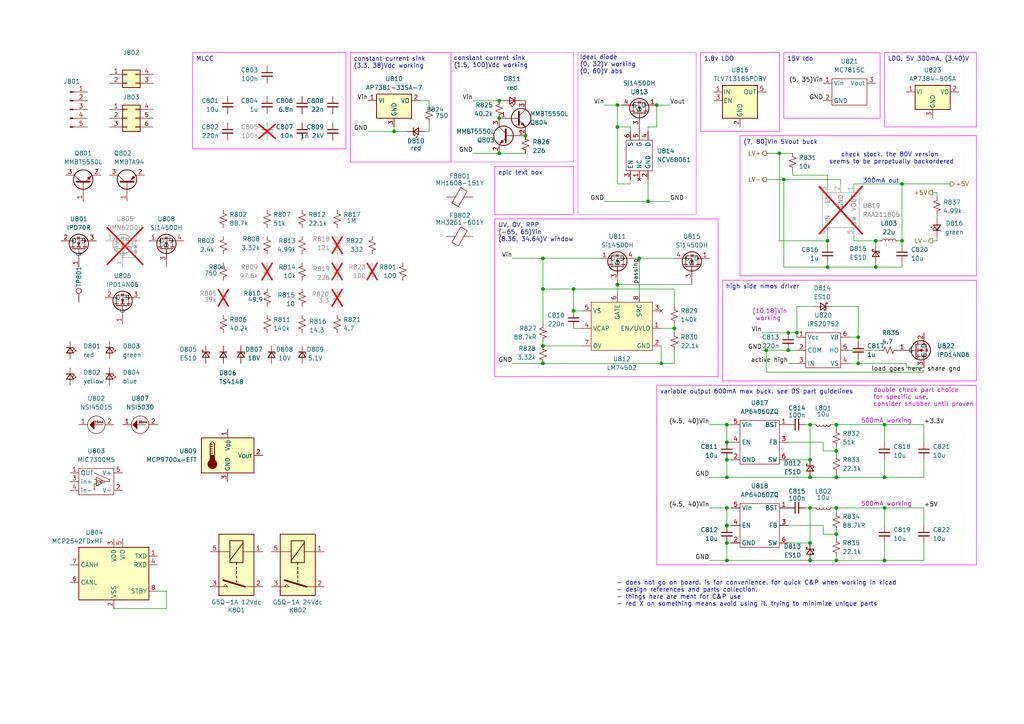
<source format=kicad_sch>
(kicad_sch (version 20250114) (generator "eeschema") (generator_version "9.0")
  (paper "A4")
  (title_block (title "BeeMS Master Board (A)") (rev "1.1") (company "UTA Racing") (comment 1 "Files at github.com/Gregification/BeeMS") (comment 2 "PCB layout designed for makerspace PCB mill"))
  (rectangle (start 167.64 15.24) (end 201.93 62.23) (stroke (width 0) (color 234 84 255 1)))
  (rectangle (start 130.81 15.24) (end 166.37 46.99) (stroke (width 0) (color 234 84 255 1)))
  (text "- does not go on board. is for convenience. for quick C&P when working in kicad\n- design references and parts collection.\n- things here are ment for C&P use\n- red X on something means avoid using it. trying to minimize unique parts" (at 178.816 168.402 0) (effects (font (size 1.27 1.27)) (justify left top)))
  (text "500mA working" (at 249.682 145.542 0) (effects (font (size 1.27 1.27)) (justify left top)))
  (text "check stock. the 80V version \nseems to be perpetually backordered\n" (at 258.572 45.974 0) (effects (font (size 1.27 1.27))))
  (text "500mA working" (at 249.682 121.412 0) (effects (font (size 1.27 1.27)) (justify left top)))
  (text "[10,18]Vin\n working" (at 218.186 89.662 0) (effects (font (size 1.27 1.27)) (justify left top)))
  (text "double check part choice\nfor specific use. \nconsider snubber until proven" (at 253.238 112.522 0) (effects (font (size 1.27 1.27)) (justify left top)))
  (text "Ideal diode\n(0, 32)V working\n(0, 60)V abs" (at 168.148 16.002 0) (effects (font (size 1.27 1.27)) (justify left top)))
  (text "constant current sink\n(1.5, 100)Vdc working" (at 131.572 16.256 0) (effects (font (size 1.27 1.27)) (justify left top)))
  (text "300mA out" (at 255.524 52.578 0) (effects (font (size 1.27 1.27))))
  (text_box "epic text box" (at 143.51 48.26 0) (size 22.86 13.97) (margins 0.9525 0.9525 0.9525 0.9525) (stroke (width 0) (color 255 0 255 1)) (effects (font (size 1.27 1.27)) (justify left top)))
  (text_box "1.8v LDO" (at 203.2 15.24 0) (size 22.86 22.86) (margins 0.9525 0.9525 0.9525 0.9525) (stroke (width 0) (color 255 0 255 1)) (effects (font (size 1.27 1.27)) (justify left top)))
  (text_box "(7, 80]Vin 5Vout buck" (at 214.63 39.37 0) (size 68.58 40.64) (margins 0.9525 0.9525 0.9525 0.9525) (stroke (width 0) (color 255 0 255 1)) (effects (font (size 1.27 1.27)) (justify left top)))
  (text_box "UV, OV, RPP\n(-65, 65)Vin\n(8.36, 34.64)V window" (at 143.51 63.5 0) (size 64.77 45.72) (margins 0.9525 0.9525 0.9525 0.9525) (stroke (width 0) (color 255 0 255 1)) (effects (font (size 1.27 1.27)) (justify left top)))
  (text_box "15V ldo" (at 227.33 15.24 0) (size 27.94 19.05) (margins 0.9525 0.9525 0.9525 0.9525) (stroke (width 0) (color 255 0 255 1)) (effects (font (size 1.27 1.27)) (justify left top)))
  (text_box "constant current sink\n(3.3, 38)Vdc working" (at 101.6 15.24 0) (size 29.21 31.75) (margins 0.9525 0.9525 0.9525 0.9525) (stroke (width 0) (color 255 0 255 1)) (effects (font (size 1.27 1.27)) (justify left top)))
  (text_box "LDO, 5V 300mA, (3,40)V" (at 256.54 15.24 0) (size 26.67 21.59) (margins 0.9525 0.9525 0.9525 0.9525) (stroke (width 0) (color 255 0 255 1)) (effects (font (size 1.27 1.27)) (justify left top)))
  (text_box "variable output 600mA max buck. see DS part guidelines" (at 190.5 111.76 0) (size 92.71 52.07) (margins 0.9525 0.9525 0.9525 0.9525) (stroke (width 0) (color 255 0 255 1)) (effects (font (size 1.27 1.27)) (justify left top)))
  (text_box "MLCC" (at 55.88 15.24 0) (size 44.45 27.94) (margins 0.9525 0.9525 0.9525 0.9525) (stroke (width 0) (color 255 0 255 1)) (effects (font (size 1.27 1.27)) (justify left top)))
  (text_box "high side nmos driver" (at 209.55 81.28 0) (size 73.66 29.21) (margins 0.9525 0.9525 0.9525 0.9525) (stroke (width 0) (color 255 0 255 1)) (effects (font (size 1.27 1.27)) (justify left top)))
  (junction (at 254 77.47))
  (junction (at 242.57 162.56))
  (junction (at 152.4 39.37))
  (junction (at 248.92 105.41))
  (junction (at 179.07 82.55))
  (junction (at 195.58 95.25))
  (junction (at 234.95 133.35))
  (junction (at 114.3 38.1))
  (junction (at 157.48 83.82))
  (junction (at 210.82 152.4))
  (junction (at 187.96 58.42))
  (junction (at 144.78 29.21))
  (junction (at 228.6 96.52))
  (junction (at 248.92 97.79))
  (junction (at 210.82 133.35))
  (junction (at 227.33 52.07))
  (junction (at 242.57 147.32))
  (junction (at 222.25 101.6))
  (junction (at 242.57 130.81))
  (junction (at 240.03 77.47))
  (junction (at 157.48 74.93))
  (junction (at 234.95 147.32))
  (junction (at 228.6 101.6))
  (junction (at 226.06 44.45))
  (junction (at 166.37 90.17))
  (junction (at 157.48 100.33))
  (junction (at 242.57 154.94))
  (junction (at 191.77 105.41))
  (junction (at 210.82 157.48))
  (junction (at 144.78 34.29))
  (junction (at 256.54 147.32))
  (junction (at 234.95 123.19))
  (junction (at 261.62 53.34))
  (junction (at 190.5 30.48))
  (junction (at 240.03 69.85))
  (junction (at 242.57 138.43))
  (junction (at 210.82 147.32))
  (junction (at 210.82 162.56))
  (junction (at 234.95 138.43))
  (junction (at 256.54 123.19))
  (junction (at 179.07 30.48))
  (junction (at 166.37 83.82))
  (junction (at 185.42 74.93))
  (junction (at 231.14 96.52))
  (junction (at 157.48 105.41))
  (junction (at 254 69.85))
  (junction (at 144.78 44.45))
  (junction (at 210.82 128.27))
  (junction (at 234.95 157.48))
  (junction (at 256.54 138.43))
  (junction (at 210.82 123.19))
  (junction (at 261.62 69.85))
  (junction (at 179.07 36.83))
  (junction (at 210.82 138.43))
  (junction (at 256.54 162.56))
  (junction (at 242.57 123.19))
  (junction (at 234.95 162.56))
  (wire (pts (xy 166.37 90.17) (xy 168.91 90.17)))
  (wire (pts (xy 179.07 30.48) (xy 179.07 36.83)))
  (wire (pts (xy 242.57 130.81) (xy 242.57 132.08)))
  (wire (pts (xy 148.59 105.41) (xy 157.48 105.41)))
  (wire (pts (xy 240.03 76.2) (xy 240.03 77.47)))
  (wire (pts (xy 231.14 88.9) (xy 236.22 88.9)))
  (wire (pts (xy 234.95 138.43) (xy 242.57 138.43)))
  (wire (pts (xy 248.92 105.41) (xy 248.92 104.14)))
  (wire (pts (xy 234.95 147.32) (xy 236.22 147.32)))
  (wire (pts (xy 166.37 95.25) (xy 168.91 95.25)))
  (wire (pts (xy 187.96 52.07) (xy 187.96 58.42)))
  (wire (pts (xy 240.03 68.58) (xy 240.03 69.85)))
  (wire (pts (xy 242.57 129.54) (xy 242.57 130.81)))
  (wire (pts (xy 228.6 157.48) (xy 234.95 157.48)))
  (wire (pts (xy 234.95 162.56) (xy 242.57 162.56)))
  (wire (pts (xy 106.68 38.1) (xy 114.3 38.1)))
  (wire (pts (xy 212.09 157.48) (xy 210.82 157.48)))
  (wire (pts (xy 179.07 53.34) (xy 182.88 53.34)))
  (wire (pts (xy 248.92 99.06) (xy 248.92 97.79)))
  (wire (pts (xy 242.57 147.32) (xy 256.54 147.32)))
  (wire (pts (xy 210.82 157.48) (xy 210.82 162.56)))
  (wire (pts (xy 185.42 74.93) (xy 185.42 85.09)))
  (wire (pts (xy 205.74 162.56) (xy 210.82 162.56)))
  (wire (pts (xy 179.07 82.55) (xy 179.07 85.09)))
  (wire (pts (xy 256.54 138.43) (xy 267.97 138.43)))
  (wire (pts (xy 240.03 77.47) (xy 254 77.47)))
  (wire (pts (xy 48.26 171.45) (xy 48.26 176.53)))
  (wire (pts (xy 262.89 105.41) (xy 262.89 106.68)))
  (wire (pts (xy 261.62 53.34) (xy 261.62 69.85)))
  (wire (pts (xy 246.38 101.6) (xy 255.27 101.6)))
  (wire (pts (xy 242.57 138.43) (xy 256.54 138.43)))
  (wire (pts (xy 238.76 154.94) (xy 242.57 154.94)))
  (wire (pts (xy 228.6 101.6) (xy 231.14 101.6)))
  (wire (pts (xy 241.3 88.9) (xy 248.92 88.9)))
  (wire (pts (xy 241.3 147.32) (xy 242.57 147.32)))
  (wire (pts (xy 256.54 123.19) (xy 256.54 128.27)))
  (wire (pts (xy 220.98 96.52) (xy 228.6 96.52)))
  (wire (pts (xy 191.77 105.41) (xy 195.58 105.41)))
  (wire (pts (xy 157.48 99.06) (xy 157.48 100.33)))
  (wire (pts (xy 222.25 101.6) (xy 222.25 107.95)))
  (wire (pts (xy 240.03 69.85) (xy 240.03 71.12)))
  (wire (pts (xy 240.03 50.8) (xy 240.03 53.34)))
  (wire (pts (xy 124.46 38.1) (xy 124.46 35.56)))
  (wire (pts (xy 241.3 123.19) (xy 242.57 123.19)))
  (wire (pts (xy 210.82 128.27) (xy 210.82 123.19)))
  (wire (pts (xy 234.95 147.32) (xy 233.68 147.32)))
  (wire (pts (xy 182.88 38.1) (xy 182.88 36.83)))
  (wire (pts (xy 242.57 154.94) (xy 242.57 156.21)))
  (wire (pts (xy 229.87 50.8) (xy 240.03 50.8)))
  (wire (pts (xy 261.62 77.47) (xy 261.62 76.2)))
  (wire (pts (xy 205.74 123.19) (xy 210.82 123.19)))
  (wire (pts (xy 254 77.47) (xy 261.62 77.47)))
  (wire (pts (xy 254 69.85) (xy 255.27 69.85)))
  (wire (pts (xy 231.14 97.79) (xy 231.14 96.52)))
  (wire (pts (xy 123.19 38.1) (xy 124.46 38.1)))
  (wire (pts (xy 33.02 176.53) (xy 48.26 176.53)))
  (wire (pts (xy 226.06 44.45) (xy 229.87 44.45)))
  (wire (pts (xy 175.26 58.42) (xy 187.96 58.42)))
  (wire (pts (xy 118.11 38.1) (xy 114.3 38.1)))
  (wire (pts (xy 231.14 96.52) (xy 231.14 88.9)))
  (wire (pts (xy 228.6 128.27) (xy 238.76 128.27)))
  (wire (pts (xy 242.57 161.29) (xy 242.57 162.56)))
  (wire (pts (xy 271.78 55.88) (xy 271.78 57.15)))
  (wire (pts (xy 205.74 138.43) (xy 210.82 138.43)))
  (wire (pts (xy 247.65 69.85) (xy 254 69.85)))
  (wire (pts (xy 137.16 44.45) (xy 144.78 44.45)))
  (wire (pts (xy 227.33 52.07) (xy 243.84 52.07)))
  (wire (pts (xy 157.48 74.93) (xy 157.48 83.82)))
  (wire (pts (xy 242.57 124.46) (xy 242.57 123.19)))
  (wire (pts (xy 271.78 69.85) (xy 271.78 68.58)))
  (wire (pts (xy 195.58 95.25) (xy 195.58 96.52)))
  (wire (pts (xy 261.62 69.85) (xy 261.62 71.12)))
  (wire (pts (xy 182.88 52.07) (xy 182.88 53.34)))
  (wire (pts (xy 166.37 83.82) (xy 166.37 90.17)))
  (wire (pts (xy 228.6 105.41) (xy 231.14 105.41)))
  (wire (pts (xy 179.07 36.83) (xy 182.88 36.83)))
  (wire (pts (xy 238.76 152.4) (xy 238.76 154.94)))
  (wire (pts (xy 179.07 30.48) (xy 180.34 30.48)))
  (wire (pts (xy 242.57 153.67) (xy 242.57 154.94)))
  (wire (pts (xy 157.48 100.33) (xy 168.91 100.33)))
  (wire (pts (xy 226.06 44.45) (xy 226.06 69.85)))
  (wire (pts (xy 256.54 147.32) (xy 267.97 147.32)))
  (wire (pts (xy 137.16 29.21) (xy 144.78 29.21)))
  (wire (pts (xy 248.92 97.79) (xy 246.38 97.79)))
  (wire (pts (xy 210.82 162.56) (xy 234.95 162.56)))
  (wire (pts (xy 179.07 36.83) (xy 179.07 53.34)))
  (wire (pts (xy 148.59 74.93) (xy 157.48 74.93)))
  (wire (pts (xy 222.25 52.07) (xy 227.33 52.07)))
  (wire (pts (xy 261.62 53.34) (xy 275.59 53.34)))
  (wire (pts (xy 234.95 123.19) (xy 233.68 123.19)))
  (wire (pts (xy 261.62 69.85) (xy 260.35 69.85)))
  (wire (pts (xy 157.48 105.41) (xy 191.77 105.41)))
  (wire (pts (xy 187.96 36.83) (xy 190.5 36.83)))
  (wire (pts (xy 248.92 88.9) (xy 248.92 97.79)))
  (wire (pts (xy 270.51 55.88) (xy 271.78 55.88)))
  (wire (pts (xy 121.92 29.21) (xy 124.46 29.21)))
  (wire (pts (xy 190.5 30.48) (xy 194.31 30.48)))
  (wire (pts (xy 242.57 148.59) (xy 242.57 147.32)))
  (wire (pts (xy 267.97 123.19) (xy 267.97 128.27)))
  (wire (pts (xy 179.07 82.55) (xy 200.66 82.55)))
  (wire (pts (xy 267.97 147.32) (xy 267.97 152.4)))
  (wire (pts (xy 262.89 106.68) (xy 267.97 106.68)))
  (wire (pts (xy 144.78 29.21) (xy 146.05 29.21)))
  (wire (pts (xy 227.33 77.47) (xy 240.03 77.47)))
  (wire (pts (xy 238.76 128.27) (xy 238.76 130.81)))
  (wire (pts (xy 267.97 133.35) (xy 267.97 138.43)))
  (wire (pts (xy 267.97 157.48) (xy 267.97 162.56)))
  (wire (pts (xy 254 69.85) (xy 254 71.12)))
  (wire (pts (xy 222.25 44.45) (xy 226.06 44.45)))
  (wire (pts (xy 248.92 105.41) (xy 262.89 105.41)))
  (wire (pts (xy 234.95 123.19) (xy 234.95 133.35)))
  (wire (pts (xy 227.33 52.07) (xy 227.33 77.47)))
  (wire (pts (xy 242.57 137.16) (xy 242.57 138.43)))
  (wire (pts (xy 191.77 105.41) (xy 191.77 100.33)))
  (wire (pts (xy 195.58 83.82) (xy 166.37 83.82)))
  (wire (pts (xy 271.78 63.5) (xy 271.78 62.23)))
  (wire (pts (xy 220.98 101.6) (xy 222.25 101.6)))
  (wire (pts (xy 151.13 29.21) (xy 152.4 29.21)))
  (wire (pts (xy 124.46 30.48) (xy 124.46 29.21)))
  (wire (pts (xy 166.37 83.82) (xy 157.48 83.82)))
  (wire (pts (xy 184.15 74.93) (xy 185.42 74.93)))
  (wire (pts (xy 175.26 30.48) (xy 179.07 30.48)))
  (wire (pts (xy 210.82 138.43) (xy 234.95 138.43)))
  (wire (pts (xy 45.72 171.45) (xy 48.26 171.45)))
  (wire (pts (xy 114.3 38.1) (xy 114.3 36.83)))
  (wire (pts (xy 195.58 83.82) (xy 195.58 88.9)))
  (wire (pts (xy 256.54 123.19) (xy 267.97 123.19)))
  (wire (pts (xy 212.09 128.27) (xy 210.82 128.27)))
  (wire (pts (xy 210.82 123.19) (xy 212.09 123.19)))
  (wire (pts (xy 210.82 152.4) (xy 210.82 147.32)))
  (wire (pts (xy 243.84 52.07) (xy 243.84 53.34)))
  (wire (pts (xy 157.48 83.82) (xy 157.48 93.98)))
  (wire (pts (xy 187.96 58.42) (xy 194.31 58.42)))
  (wire (pts (xy 247.65 53.34) (xy 261.62 53.34)))
  (wire (pts (xy 144.78 44.45) (xy 152.4 44.45)))
  (wire (pts (xy 234.95 123.19) (xy 236.22 123.19)))
  (wire (pts (xy 222.25 107.95) (xy 267.97 107.95)))
  (wire (pts (xy 157.48 74.93) (xy 173.99 74.93)))
  (wire (pts (xy 190.5 36.83) (xy 190.5 30.48)))
  (wire (pts (xy 270.51 69.85) (xy 271.78 69.85)))
  (wire (pts (xy 212.09 133.35) (xy 210.82 133.35)))
  (wire (pts (xy 210.82 147.32) (xy 212.09 147.32)))
  (wire (pts (xy 247.65 68.58) (xy 247.65 69.85)))
  (wire (pts (xy 226.06 69.85) (xy 240.03 69.85)))
  (wire (pts (xy 191.77 95.25) (xy 195.58 95.25)))
  (wire (pts (xy 195.58 93.98) (xy 195.58 95.25)))
  (wire (pts (xy 246.38 105.41) (xy 248.92 105.41)))
  (wire (pts (xy 187.96 38.1) (xy 187.96 36.83)))
  (wire (pts (xy 256.54 162.56) (xy 256.54 157.48)))
  (wire (pts (xy 185.42 74.93) (xy 195.58 74.93)))
  (wire (pts (xy 228.6 152.4) (xy 238.76 152.4)))
  (wire (pts (xy 228.6 133.35) (xy 234.95 133.35)))
  (wire (pts (xy 256.54 147.32) (xy 256.54 152.4)))
  (wire (pts (xy 256.54 162.56) (xy 267.97 162.56)))
  (wire (pts (xy 238.76 130.81) (xy 242.57 130.81)))
  (wire (pts (xy 229.87 49.53) (xy 229.87 50.8)))
  (wire (pts (xy 242.57 162.56) (xy 256.54 162.56)))
  (wire (pts (xy 256.54 138.43) (xy 256.54 133.35)))
  (wire (pts (xy 242.57 123.19) (xy 256.54 123.19)))
  (wire (pts (xy 212.09 152.4) (xy 210.82 152.4)))
  (wire (pts (xy 254 76.2) (xy 254 77.47)))
  (wire (pts (xy 195.58 101.6) (xy 195.58 105.41)))
  (wire (pts (xy 222.25 101.6) (xy 228.6 101.6)))
  (wire (pts (xy 228.6 96.52) (xy 231.14 96.52)))
  (wire (pts (xy 234.95 147.32) (xy 234.95 157.48)))
  (wire (pts (xy 210.82 133.35) (xy 210.82 138.43)))
  (wire (pts (xy 205.74 147.32) (xy 210.82 147.32)))
  (label "GND" (at 205.74 138.43 180))
  (label "GND" (at 175.26 58.42 180))
  (label "GND" (at 220.98 101.6 180))
  (label "GND" (at 238.76 29.21 180))
  (label "Vout" (at 194.31 30.48 0))
  (label "Vin" (at 106.68 29.21 180))
  (label "Vin" (at 220.98 96.52 180))
  (label "load goes here, share gnd" (at 252.73 107.95 0))
  (label "(5, 35)Vin" (at 238.76 24.13 180))
  (label "active high" (at 228.6 105.41 180))
  (label "+3.3V" (at 267.97 123.19 0))
  (label "GND" (at 148.59 105.41 180))
  (label "+5V" (at 267.97 147.32 0))
  (label "(4.5, 40)Vin" (at 205.74 123.19 180))
  (label "(4.5, 40)Vin" (at 205.74 147.32 180))
  (label "GND" (at 137.16 44.45 180))
  (label "Vin" (at 175.26 30.48 180))
  (label "passing" (at 185.42 74.93 270))
  (label "GND" (at 106.68 38.1 180))
  (label "GND" (at 194.31 58.42 0))
  (label "Vin" (at 137.16 29.21 180))
  (label "GND" (at 205.74 162.56 180))
  (label "Vin" (at 148.59 74.93 180))
  (hierarchical_label "LV-" (shape output) (at 270.51 69.85 180))
  (hierarchical_label "+5V" (shape output) (at 270.51 55.88 180))
  (hierarchical_label "+5V" (shape output) (at 275.59 53.34 0))
  (hierarchical_label "LV-" (shape output) (at 222.25 52.07 180))
  (hierarchical_label "LV+" (shape output) (at 222.25 44.45 180))
  (symbol (lib_id "Device:D_Schottky_Small") (at 238.76 88.9 0) (mirror y) (unit 1)
    (property "Reference" "D?" (at 235.966 83.566 0) (effects (justify right)))
    (property "Value" "ES1D" (at 235.966 86.106 0) (effects (justify right)))
    (property "Footprint" "Diode_SMD:D_SMA" (effects (hide yes)))
    (property "Description" "Schottky diode, small symbol" (effects (hide yes)))
    (property "mouser" "https://www.mouser.com/ProductDetail/onsemi-Fairchild/ES1C?qs=sGAEpiMZZMtbRapU8LlZDwxyh3P6uVi9ZaZE%252B629d7E%3D" (effects (hide yes)))
    (property "unit x10" "0.086" (effects (hide yes)))
    (property "specs" "920mVf, 150Vr, 1Aconstant, 15nSr,15Ar, 1.47W -50C, +150C" (effects (hide yes)))
    (property "unit x1" "0.10" (effects (hide yes)))
    (instances (project "MasterBoard_A" (path "" (reference "D814") (unit 1))) (project "W5500 testing" (path "" (reference "D?") (unit 1))) (project "VoltageTap_A" (path "" (reference "D414") (unit 1))) (project "mini Orion TEM" (path "" (reference "D?") (unit 1))) (project "Cell Balancing testing" (path "" (reference "D?") (unit 1))))
  )
  (symbol (lib_id "Device:D_Schottky_Small") (at 234.95 160.02 90) (mirror x) (unit 1)
    (property "Reference" "D?" (at 232.41 158.4959 90) (effects (justify left)))
    (property "Value" "ES1D" (at 232.41 161.0359 90) (effects (justify left)))
    (property "Footprint" "Diode_SMD:D_SMA" (effects (hide yes)))
    (property "Description" "Schottky diode, small symbol" (effects (hide yes)))
    (property "mouser" "https://www.mouser.com/ProductDetail/onsemi-Fairchild/ES1C?qs=sGAEpiMZZMtbRapU8LlZDwxyh3P6uVi9ZaZE%252B629d7E%3D" (effects (hide yes)))
    (property "unit x10" "0.086" (effects (hide yes)))
    (property "specs" "920mVf, 150Vr, 1Aconstant, 15nSr,15Ar, 1.47W -50C, +150C" (effects (hide yes)))
    (property "unit x1" "0.10" (effects (hide yes)))
    (instances (project "MasterBoard_A" (path "" (reference "D813") (unit 1))) (project "VoltageTap_A" (path "" (reference "D413") (unit 1))) (project "mini Orion TEM" (path "" (reference "D?") (unit 1))) (project "Cell Balancing testing" (path "" (reference "D?") (unit 1))))
  )
  (symbol (lib_id "Device:C_Small") (at 267.97 130.81 0) (unit 1)
    (property "Reference" "C?" (at 270.51 129.5462 0) (effects (justify left)))
    (property "Value" "10u" (at 270.51 132.0862 0) (effects (justify left)))
    (property "Footprint" "Capacitor_SMD:C_1206_3216Metric_Pad1.33x1.80mm_HandSolder" (effects (hide yes)))
    (property "mouser" "https://www.mouser.com/ProductDetail/Samsung-Electro-Mechanics/CL31A106KBHNNNE?qs=sGAEpiMZZMsh%252B1woXyUXjxqcB7t9naYpzWmpMbMJIKQ%3D" (effects (hide yes)))
    (property "specs" "10uF, 50VDC, X5R, 10%, -55C, +85C" (effects (hide yes)))
    (property "unit x10" "0.07" (effects (hide yes)))
    (instances (project "MasterBoard_A" (path "" (reference "C821") (unit 1))) (project "VoltageTap_A" (path "" (reference "C421") (unit 1))) (project "mini Orion TEM" (path "" (reference "C?") (unit 1))) (project "Cell Balancing testing" (path "" (reference "C?") (unit 1))))
  )
  (symbol (lib_id "Device:C_Small") (at 210.82 154.94 0) (mirror y) (unit 1)
    (property "Reference" "C?" (at 208.28 153.6762 0) (effects (justify left)))
    (property "Value" "10u" (at 208.28 156.2162 0) (effects (justify left)))
    (property "Footprint" "Capacitor_SMD:C_1206_3216Metric_Pad1.33x1.80mm_HandSolder" (effects (hide yes)))
    (property "mouser" "https://www.mouser.com/ProductDetail/Samsung-Electro-Mechanics/CL31A106KBHNNNE?qs=sGAEpiMZZMsh%252B1woXyUXjxqcB7t9naYpzWmpMbMJIKQ%3D" (effects (hide yes)))
    (property "specs" "10uF, 50VDC, X5R, 10%, -55C, +85C" (effects (hide yes)))
    (property "unit x10" "0.07" (effects (hide yes)))
    (instances (project "MasterBoard_A" (path "" (reference "C812") (unit 1))) (project "VoltageTap_A" (path "" (reference "C412") (unit 1))) (project "mini Orion TEM" (path "" (reference "C?") (unit 1))) (project "Cell Balancing testing" (path "" (reference "C?") (unit 1))))
  )
  (symbol (lib_id "Device:R_Small_US") (at 107.95 71.12 0) (mirror x) (unit 1)
    (property "Reference" "R?" (at 105.41 69.8499 0) (effects (justify right)))
    (property "Value" "332" (at 105.41 72.3899 0) (effects (justify right)))
    (property "Footprint" "Resistor_SMD:R_1206_3216Metric_Pad1.30x1.75mm_HandSolder" (effects (hide yes)))
    (property "Description" "Resistor, small US symbol" (effects (hide yes)))
    (property "specs" "332 ohm, 250mW, 200V, 1%, 100ppm, -55C, +155C" (effects (hide yes)))
    (property "mouser" "https://www.mouser.com/ProductDetail/YAGEO/AC1206FR-07332RL?qs=sGAEpiMZZMvdGkrng054txZnKwhPFOhA4suuzGTX%2F2A%3D" (effects (hide yes)))
    (property "unit x10" "0.016" (effects (hide yes)))
    (property "unit x1" "0.10" (effects (hide yes)))
    (instances (project "" (path "" (reference "R822") (unit 1))) (project "" (path "" (reference "R?") (unit 1))) (project "" (path "" (reference "R422") (unit 1))) (project "mini Orion TEM" (path "" (reference "R?") (unit 1))) (project "" (path "" (reference "R?") (unit 1))))
  )
  (symbol (lib_id "Device:R_Small_US") (at 242.57 134.62 180) (unit 1)
    (property "Reference" "R?" (at 244.348 133.35 0) (effects (justify right)))
    (property "Value" "22.1k" (at 244.348 135.89 0) (effects (justify right)))
    (property "Footprint" "Resistor_SMD:R_0805_2012Metric_Pad1.20x1.40mm_HandSolder" (effects (hide yes)))
    (property "Description" "Resistor, US symbol" (effects (hide yes)))
    (property "mouser" "https://www.mouser.com/ProductDetail/YAGEO/AC0805FR-0722K1L?qs=sGAEpiMZZMvdGkrng054txZnKwhPFOhA%2Fb1BRlUBP24%3D" (effects (hide yes)))
    (property "specs" "22.1kR, 1%, 125mW, 150V, 100ppm, -55C, +155C" (effects (hide yes)))
    (property "unit x10" "0.011" (effects (hide yes)))
    (property "unit x1" "0.10" (effects (hide yes)))
    (instances (project "MasterBoard_A" (path "" (reference "R833") (unit 1))) (project "VoltageTap_A" (path "" (reference "R433") (unit 1))) (project "mini Orion TEM" (path "" (reference "R?") (unit 1))) (project "Cell Balancing testing" (path "" (reference "R?") (unit 1))))
  )
  (symbol (lib_id "Device:R_Small_US") (at 229.87 46.99 180) (unit 1)
    (property "Reference" "R?" (at 231.648 45.72 0) (effects (justify right)))
    (property "Value" "10k" (at 231.648 48.26 0) (effects (justify right)))
    (property "Footprint" "Resistor_SMD:R_0805_2012Metric_Pad1.20x1.40mm_HandSolder" (effects (hide yes)))
    (property "Description" "Resistor, US symbol" (effects (hide yes)))
    (property "mouser" "https://www.mouser.com/ProductDetail/YAGEO/AC0805FR-7W10KL?qs=sGAEpiMZZMvdGkrng054t4v35oYz4BJEgsNpGKlk%252BQ%2FXDjzK07E4tA%3D%3D" (effects (hide yes)))
    (property "specs" "10k , 250mW, 150V, 1%, 100ppm, -55C, +155C" (effects (hide yes)))
    (property "unit x10" "0.015" (effects (hide yes)))
    (property "unit x1" "0.1" (effects (hide yes)))
    (instances (project "MasterBoard_A" (path "" (reference "R831") (unit 1))) (project "W5500 testing" (path "" (reference "R?") (unit 1))) (project "VoltageTap_A" (path "" (reference "R431") (unit 1))) (project "mini Orion TEM" (path "" (reference "R?") (unit 1))) (project "Cell Balancing testing" (path "" (reference "R?") (unit 1))))
  )
  (symbol (lib_id "zzLocalLibrary:NSI45030") (at 40.64 123.19 0) (unit 1)
    (property "Reference" "U?" (at 40.64 115.57 0))
    (property "Value" "NSI5030" (at 40.64 118.11 0))
    (property "Footprint" "Diode_SMD:Nexperia_CFP3_SOD-123W" (effects (hide yes)))
    (property "Description" "30mA constant currrent source" (effects (hide yes)))
    (property "mouser" "https://www.mouser.com/ProductDetail/onsemi/NSI45030AT1G?qs=lYuAOLy5nvaLfRb95mVxfw%3D%3D" (effects (hide yes)))
    (property "unit x1" "0.21" (effects (hide yes)))
    (property "unit x10" "0.141" (effects (hide yes)))
    (property "unit x25" "0.125" (effects (hide yes)))
    (instances (project "" (path "" (reference "U807") (unit 1))) (project "VoltageTap_A" (path "" (reference "U407") (unit 1))) (project "mini Orion TEM" (path "" (reference "U?") (unit 1))) (project "Cell Balancing testing" (path "" (reference "U?") (unit 1))))
  )
  (symbol (lib_id "Device:R_Small_US") (at 77.47 78.74 0) (mirror x) (unit 1) (dnp yes)
    (property "Reference" "R?" (at 74.93 77.4699 0) (effects (justify right)))
    (property "Value" "97.6k" (at 74.93 80.0099 0) (effects (justify right)))
    (property "Footprint" "Resistor_SMD:R_0805_2012Metric_Pad1.20x1.40mm_HandSolder" (effects (hide yes)))
    (property "Description" "Resistor, small US symbol" (effects (hide yes)))
    (property "mouser" "https://www.mouser.com/ProductDetail/KOA-Speer/RK73H2ATTD9762F?qs=sGAEpiMZZMvdGkrng054tz%252BUJoUq5nhIYmtkGFxIWAo%3D" (effects (hide yes)))
    (property "unit x10" "0.02" (effects (hide yes)))
    (property "unit x1" "0.1" (effects (hide yes)))
    (property "specs " "250mW, 97.6k, 1%, 100ppm, -55c, +155c, 150V" (effects (hide yes)))
    (instances (project "MasterBoard_A" (path "" (reference "R809") (unit 1))) (project "W5500 testing" (path "" (reference "R?") (unit 1))) (project "VoltageTap_A" (path "" (reference "R409") (unit 1))) (project "mini Orion TEM" (path "" (reference "R?") (unit 1))) (project "Cell Balancing testing" (path "" (reference "R?") (unit 1))))
  )
  (symbol (lib_id "Device:L_Small") (at 257.81 69.85 90) (unit 1)
    (property "Reference" "L?" (at 257.81 64.77 90))
    (property "Value" "22u" (at 257.81 67.31 90))
    (property "Footprint" "Inductor_SMD:L_1210_3225Metric_Pad1.42x2.65mm_HandSolder" (effects (hide yes)))
    (property "Description" "Inductor, small symbol" (effects (hide yes)))
    (property "mouser" "https://www.mouser.com/ProductDetail/TAIYO-YUDEN/CBC3225T220KR?qs=sGAEpiMZZMv126LJFLh8y8CHgMb6WLnpP9F%2FUnEJAO8%3D" (effects (hide yes)))
    (property "unit x10" "0.152" (effects (hide yes)))
    (property "unit x1" "0.18" (effects (hide yes)))
    (instances (project "MasterBoard_A" (path "" (reference "L803") (unit 1))) (project "W5500 testing" (path "" (reference "L?") (unit 1))) (project "VoltageTap_A" (path "" (reference "L403") (unit 1))) (project "mini Orion TEM" (path "" (reference "L?") (unit 1))) (project "Cell Balancing testing" (path "" (reference "L?") (unit 1))))
  )
  (symbol (lib_id "Device:R_Small_US") (at 64.77 93.98 180) (unit 1)
    (property "Reference" "R?" (at 66.548 92.71 0) (effects (justify right)))
    (property "Value" "40.2k" (at 66.548 95.25 0) (effects (justify right)))
    (property "Footprint" "Resistor_SMD:R_0805_2012Metric_Pad1.20x1.40mm_HandSolder" (effects (hide yes)))
    (property "Description" "Resistor, US symbol" (effects (hide yes)))
    (property "mouser" "https://www.mouser.com/ProductDetail/KOA-Speer/RK73H2ATTD4022F?qs=sGAEpiMZZMvdGkrng054txknJuA7M8fa4wn7EqIHwNI%3D" (effects (hide yes)))
    (property "specs" "40.2k ohm, 250mW, 1%, 150V, 100ppm, -55C, +155C" (effects (hide yes)))
    (property "unit x10" "0.02" (effects (hide yes)))
    (property "unit x1" "0.1" (effects (hide yes)))
    (instances (project "MasterBoard_A" (path "" (reference "R806") (unit 1))) (project "W5500 testing" (path "" (reference "R?") (unit 1))) (project "VoltageTap_A" (path "" (reference "R406") (unit 1))) (project "mini Orion TEM" (path "" (reference "R?") (unit 1))) (project "Cell Balancing testing" (path "" (reference "R?") (unit 1))))
  )
  (symbol (lib_id "Device:C_Small") (at 77.47 38.1 0) (mirror y) (unit 1) (dnp yes)
    (property "Reference" "C?" (at 74.93 36.8362 0) (effects (justify left)))
    (property "Value" "100n" (at 74.93 39.3762 0) (effects (justify left)))
    (property "Footprint" "Capacitor_SMD:C_1206_3216Metric_Pad1.33x1.80mm_HandSolder" (effects (hide yes)))
    (property "mouser" "https://www.mouser.com/ProductDetail/Walsin/1206B104K201CT?qs=fIkAfuXiAQKvqIFf8la7zg%3D%3D" (effects (hide yes)))
    (property "specs" "100nF, 200VDC, X7R, 10%, -55C, +125C" (effects (hide yes)))
    (property "unit x10" "0.045" (effects (hide yes)))
    (property "unit x1" "0.11" (effects (hide yes)))
    (instances (project "MasterBoard_A" (path "" (reference "C805") (unit 1))) (project "W5500 testing" (path "" (reference "C?") (unit 1))) (project "VoltageTap_A" (path "" (reference "C405") (unit 1))) (project "mini Orion TEM" (path "" (reference "C?") (unit 1))) (project "Cell Balancing testing" (path "" (reference "C?") (unit 1))))
  )
  (symbol (lib_id "Device:C_Small") (at 231.14 123.19 90) (unit 1)
    (property "Reference" "C?" (at 231.14 118.364 90))
    (property "Value" "100n" (at 231.14 120.396 90))
    (property "Footprint" "Capacitor_SMD:C_1206_3216Metric_Pad1.33x1.80mm_HandSolder" (effects (hide yes)))
    (property "mouser" "https://www.mouser.com/ProductDetail/Walsin/1206B104K201CT?qs=fIkAfuXiAQKvqIFf8la7zg%3D%3D" (effects (hide yes)))
    (property "specs" "100nF, 200VDC, X7R, 10%, -55C, +125C" (effects (hide yes)))
    (property "unit x10" "0.045" (effects (hide yes)))
    (property "unit x1" "0.11" (effects (hide yes)))
    (instances (project "MasterBoard_A" (path "" (reference "C814") (unit 1))) (project "VoltageTap_A" (path "" (reference "C414") (unit 1))) (project "mini Orion TEM" (path "" (reference "C?") (unit 1))) (project "Cell Balancing testing" (path "" (reference "C?") (unit 1))))
  )
  (symbol (lib_id "Device:R_Small_US") (at 97.79 86.36 0) (mirror x) (unit 1) (dnp yes)
    (property "Reference" "R?" (at 95.504 85.344 0) (effects (justify right)))
    (property "Value" "3.3" (at 95.504 87.122 0) (effects (justify right)))
    (property "Footprint" "Resistor_SMD:R_1206_3216Metric_Pad1.30x1.75mm_HandSolder" (effects (hide yes)))
    (property "Description" "Resistor, US symbol" (effects (hide yes)))
    (property "mouser" "https://www.mouser.com/ProductDetail/Vishay-Beyschlag/MCA1206MC3308FP500?qs=sGAEpiMZZMvdGkrng054t2cqbZCzJY7NpFT1wKYFTnMsg8IPAC%252BI%252Bw%3D%3D" (effects (hide yes)))
    (property "specs" "3.3 ohm, 250mW, 1%, 50ppm, 200V, -55C, +175C" (effects (hide yes)))
    (property "unit x10" "0.334" (effects (hide yes)))
    (property "unit x1" "0.47" (effects (hide yes)))
    (instances (project "MasterBoard_A" (path "" (reference "R820") (unit 1))) (project "W5500 testing" (path "" (reference "R?") (unit 1))) (project "VoltageTap_A" (path "" (reference "R420") (unit 1))) (project "mini Orion TEM" (path "" (reference "R?") (unit 1))) (project "Cell Balancing testing" (path "" (reference "R?") (unit 1))))
  )
  (symbol (lib_id "Connector_Generic:Conn_02x03_Top_Bottom") (at 36.83 34.29 0) (unit 1)
    (property "Reference" "J?" (at 38.1 28.194 0))
    (property "Value" "Conn_02x03_Top_Bottom" (effects (hide yes)))
    (property "Footprint" "Connector_Molex:Molex_Micro-Fit_3.0_43045-0600_2x03_P3.00mm_Horizontal" (effects (hide yes)))
    (property "Description" "Generic connector, double row, 02x03, top/bottom pin numbering scheme (row 1: 1...pins_per_row, row2: pins_per_row+1 ... num_pins), script generated (kicad-library-utils/schlib/autogen/connector/)" (effects (hide yes)))
    (property "mouser" "https://www.mouser.com/ProductDetail/Molex/43045-0600?qs=mrPiglD9aYJ8CzJ%2FE2PNbw%3D%3D&srsltid=AfmBOop7-nikRF2atEfFslZtuPWfqFOihNLqcdVlYseRCGCFOiFBx6Nk" (effects (hide yes)))
    (property "unit x10" "1.19" (effects (hide yes)))
    (property "unit x1" "1.46" (effects (hide yes)))
    (instances (project "MasterBoard_A" (path "" (reference "J803") (unit 1))) (project "W5500 testing" (path "" (reference "J?") (unit 1))) (project "VoltageTap_A" (path "" (reference "J403") (unit 1))) (project "mini Orion TEM" (path "" (reference "J?") (unit 1))) (project "Cell Balancing testing" (path "" (reference "J?") (unit 1))))
  )
  (symbol (lib_id "Device:R_Small_US") (at 124.46 33.02 180) (unit 1)
    (property "Reference" "R?" (at 128.778 31.75 0) (effects (justify left)))
    (property "Value" "750" (at 130.048 33.528 0) (effects (justify left)))
    (property "Footprint" "Resistor_SMD:R_1206_3216Metric_Pad1.30x1.75mm_HandSolder" (effects (hide yes)))
    (property "Datasheet" "https://www.mouser.com/ProductDetail/Panasonic/ERJ-P08F6800V?qs=iIVTEDlrHA3SVAPfz%2FMedg%3D%3D" (effects (hide yes)))
    (property "Description" "Resistor, US symbol" (effects (hide yes)))
    (property "mouser" "https://www.mouser.com/ProductDetail/YAGEO/RC1206JR-13750RL?qs=sGAEpiMZZMvdGkrng054t8AJgcdMkx7xRBGyMWDk%2FFM%3D" (effects (hide yes)))
    (property "specs" "750mOhm, 250mW, 5%, 100PPM, 200C, -55C, +155C" (effects (hide yes)))
    (property "unit x10" "0.022" (effects (hide yes)))
    (property "unit x1" "0.1" (effects (hide yes)))
    (instances (project "MasterBoard_A" (path "" (reference "R824") (unit 1))) (project "W5500 testing" (path "" (reference "R?") (unit 1))) (project "VoltageTap_A" (path "" (reference "R424") (unit 1))) (project "mini Orion TEM" (path "" (reference "R?") (unit 1))) (project "Cell Balancing testing" (path "" (reference "R?") (unit 1))))
  )
  (symbol (lib_id "Device:D_Schottky_Small") (at 254 73.66 90) (mirror x) (unit 1)
    (property "Reference" "D?" (at 251.46 72.1359 90) (effects (justify left)))
    (property "Value" "ES1D" (at 251.46 74.6759 90) (effects (justify left)))
    (property "Footprint" "Diode_SMD:D_SMA" (effects (hide yes)))
    (property "Description" "Schottky diode, small symbol" (effects (hide yes)))
    (property "mouser" "https://www.mouser.com/ProductDetail/onsemi-Fairchild/ES1C?qs=sGAEpiMZZMtbRapU8LlZDwxyh3P6uVi9ZaZE%252B629d7E%3D" (effects (hide yes)))
    (property "unit x10" "0.086" (effects (hide yes)))
    (property "specs" "920mVf, 150Vr, 1Aconstant, 15nSr,15Ar, 1.47W -50C, +150C" (effects (hide yes)))
    (property "unit x1" "0.10" (effects (hide yes)))
    (instances (project "MasterBoard_A" (path "" (reference "D815") (unit 1))) (project "W5500 testing" (path "" (reference "D?") (unit 1))) (project "VoltageTap_A" (path "" (reference "D415") (unit 1))) (project "mini Orion TEM" (path "" (reference "D?") (unit 1))) (project "Cell Balancing testing" (path "" (reference "D?") (unit 1))))
  )
  (symbol (lib_id "Device:LED_Small") (at 120.65 38.1 0) (mirror x) (unit 1)
    (property "Reference" "D?" (at 120.65 40.894 0))
    (property "Value" "red" (at 120.65 42.926 0))
    (property "Footprint" "LED_SMD:LED_0805_2012Metric_Pad1.15x1.40mm_HandSolder" (effects (hide yes)))
    (property "Description" "Light emitting diode, small symbol" (effects (hide yes)))
    (property "specs" "5mA, 75mW, 1.8Vf, 5Vr, 622nm, 35mcd" (effects (hide yes)))
    (property "mouser" "https://www.mouser.com/ProductDetail/Inolux/IN-S85CS5R?qs=stqOd1AaK7%2F0oCzTIXliSw%3D%3D" (effects (hide yes)))
    (property "unit x10" "0.14" (effects (hide yes)))
    (property "unit x1" "0.21" (effects (hide yes)))
    (instances (project "MasterBoard_A" (path "" (reference "D810") (unit 1))) (project "W5500 testing" (path "" (reference "D?") (unit 1))) (project "VoltageTap_A" (path "" (reference "D410") (unit 1))) (project "mini Orion TEM" (path "" (reference "D?") (unit 1))) (project "Cell Balancing testing" (path "" (reference "D?") (unit 1))))
  )
  (symbol (lib_id "Device:R_Small_US") (at 77.47 71.12 180) (unit 1)
    (property "Reference" "R?" (at 75.438 69.342 0) (effects (justify left)))
    (property "Value" "3.32k" (at 75.438 71.882 0) (effects (justify left)))
    (property "Footprint" "Resistor_SMD:R_0805_2012Metric_Pad1.20x1.40mm_HandSolder" (effects (hide yes)))
    (property "Description" "Resistor, US symbol" (effects (hide yes)))
    (property "mouser" "https://www.mouser.com/ProductDetail/Walsin/WR08X3321FTL?qs=sGAEpiMZZMvdGkrng054twKDKoBh%252BscnhzVUopLjNIsmzZlnTa4U1w%3D%3D" (effects (hide yes)))
    (property "specs" "3.32kOhm, 1%, 150V, 125mW, 100ppm, -55C, 155C" (effects (hide yes)))
    (property "unit x1" "0.10" (effects (hide yes)))
    (property "unit x10" "0.019" (effects (hide yes)))
    (instances (project "MasterBoard_A" (path "" (reference "R808") (unit 1))) (project "W5500 testing" (path "" (reference "R?") (unit 1))) (project "VoltageTap_A" (path "" (reference "R408") (unit 1))) (project "mini Orion TEM" (path "" (reference "R?") (unit 1))) (project "Cell Balancing testing" (path "" (reference "R?") (unit 1))))
  )
  (symbol (lib_id "Interface_CAN_LIN:MCP2542FDxMF") (at 33.02 166.37 0) (mirror y) (unit 1)
    (property "Reference" "U?" (at 29.972 154.432 0) (effects (justify left)))
    (property "Value" "MCP2542FDxMF" (at 29.972 156.972 0) (effects (justify left)))
    (property "Footprint" "Package_SO:SOIC-8_3.9x4.9mm_P1.27mm" (effects (hide yes)))
    (property "Datasheet" "http://ww1.microchip.com/downloads/en/DeviceDoc/MCP2542FD-4FD-MCP2542WFD-4WFD-Data-Sheet20005514B.pdf" (effects (hide yes)))
    (property "Description" "CAN-FD Transceiver, Wake-Up on CAN activity, 8Mbps, 5V supply, STBY pin, 3x3 DFN-8" (effects (hide yes)))
    (property "mouser" "https://www.mouser.com/ProductDetail/579-MCP2542FD-E-SN" (effects (hide yes)))
    (property "unit x10" "0.86" (effects (hide yes)))
    (instances (project "MasterBoard_A" (path "" (reference "U804") (unit 1))) (project "W5500 testing" (path "" (reference "U?") (unit 1))) (project "VoltageTap_A" (path "" (reference "U404") (unit 1))) (project "mini Orion TEM" (path "" (reference "U?") (unit 1))) (project "Cell Balancing testing" (path "" (reference "U?") (unit 1))))
  )
  (symbol (lib_id "Device:R_Small_US") (at 242.57 151.13 180) (unit 1)
    (property "Reference" "R?" (at 244.348 149.86 0) (effects (justify right)))
    (property "Value" "88.7kR" (at 244.348 152.4 0) (effects (justify right)))
    (property "Footprint" "Resistor_SMD:R_0805_2012Metric_Pad1.20x1.40mm_HandSolder" (effects (hide yes)))
    (property "Description" "Resistor, US symbol" (effects (hide yes)))
    (property "mouser" "https://www.mouser.com/ProductDetail/YAGEO/AC0805FR-0788K7L?qs=sGAEpiMZZMvdGkrng054txZnKwhPFOhAEd4B%2FsmRVts%3D" (effects (hide yes)))
    (property "specs" "88.7kR, 125mW, 150V, 100ppm, 1%, -55C, +155C" (effects (hide yes)))
    (property "unit x10" "0.011" (effects (hide yes)))
    (property "unit x1" "0.01" (effects (hide yes)))
    (instances (project "MasterBoard_A" (path "" (reference "R834") (unit 1))) (project "VoltageTap_A" (path "" (reference "R434") (unit 1))) (project "mini Orion TEM" (path "" (reference "R?") (unit 1))) (project "Cell Balancing testing" (path "" (reference "R?") (unit 1))))
  )
  (symbol (lib_name "AP64060ZQ_1") (lib_id "zzLocalLibrary:AP64060ZQ") (at 219.71 124.46 0) (unit 1)
    (property "Reference" "U?" (at 220.345 116.84 0))
    (property "Value" "AP64060ZQ" (at 220.345 119.38 0))
    (property "Footprint" "Package_TO_SOT_SMD:TSOT-23-6" (effects (hide yes)))
    (property "Datasheet" "https://www.diodes.com/datasheet/download/AP64060Q_AP64060TQ_AP64060ZQ.pdf" (effects (hide yes)))
    (property "mouser" "https://www.mouser.com/ProductDetail/Diodes-Incorporated/AP64060ZQWU-7?qs=savM97goi5j31AksU5P1Gg%3D%3D" (effects (hide yes)))
    (property "unit x10" "0.325" (effects (hide yes)))
    (property "unit x1" "0.46" (effects (hide yes)))
    (property "note" "different versions have different R-divider ratios for output" (effects (hide yes)))
    (instances (project "MasterBoard_A" (path "" (reference "U817") (unit 1))) (project "VoltageTap_A" (path "" (reference "U417") (unit 1))) (project "mini Orion TEM" (path "" (reference "U?") (unit 1))) (project "Cell Balancing testing" (path "" (reference "U?") (unit 1))))
  )
  (symbol (lib_id "Connector:Conn_01x05_Pin") (at 20.32 31.75 0) (unit 1)
    (property "Reference" "J?" (at 20.828 23.622 0))
    (property "Value" "Conn_01x05_Pin" (effects (hide yes)))
    (property "Footprint" "Connector_Molex:Molex_Micro-Fit_3.0_43650-0500_1x05_P3.00mm_Horizontal" (effects (hide yes)))
    (property "Description" "Generic connector, single row, 01x05, script generated" (effects (hide yes)))
    (property "mouser" "https://www.mouser.com/ProductDetail/Molex/43650-0500?qs=6RXNyJqNVR5CcLURnhE2cQ%3D%3D" (effects (hide yes)))
    (instances (project "MasterBoard_A" (path "" (reference "J801") (unit 1))) (project "W5500 testing" (path "" (reference "J?") (unit 1))) (project "VoltageTap_A" (path "" (reference "J401") (unit 1))) (project "mini Orion TEM" (path "" (reference "J?") (unit 1))) (project "Cell Balancing testing" (path "" (reference "J?") (unit 1))))
  )
  (symbol (lib_id "Device:R_Small_US") (at 116.84 78.74 0) (mirror x) (unit 1)
    (property "Reference" "R?" (at 115.062 77.47 0) (effects (justify right)))
    (property "Value" "100" (at 115.062 80.01 0) (effects (justify right)))
    (property "Footprint" "Resistor_SMD:R_0805_2012Metric" (effects (hide yes)))
    (property "Description" "Resistor, US symbol" (effects (hide yes)))
    (property "mouser" "https://www.mouser.com/ProductDetail/KOA-Speer/SG73S2ATTD101J?qs=sGAEpiMZZMvdGkrng054t%2Fj9PfXFS6zM95CwodtLlbI%3D" (effects (hide yes)))
    (property "specs" "100 omh, thick, anti surge, 5%, 750mW, 400V, -55C, +155C, 100ppm" (effects (hide yes)))
    (property "unit x10" "0.037" (effects (hide yes)))
    (property "unit x1" "0.12" (effects (hide yes)))
    (instances (project "MasterBoard_A" (path "" (reference "R801") (unit 1))) (project "VoltageTap_A" (path "" (reference "R438") (unit 1))) (project "mini Orion TEM" (path "" (reference "R?") (unit 1))))
  )
  (symbol (lib_id "Device:R_Small_US") (at 64.77 78.74 0) (mirror x) (unit 1)
    (property "Reference" "R?" (at 60.452 77.47 0) (effects (justify left)))
    (property "Value" "750" (at 59.182 79.248 0) (effects (justify left)))
    (property "Footprint" "Resistor_SMD:R_1206_3216Metric_Pad1.30x1.75mm_HandSolder" (effects (hide yes)))
    (property "Datasheet" "https://www.mouser.com/ProductDetail/Panasonic/ERJ-P08F6800V?qs=iIVTEDlrHA3SVAPfz%2FMedg%3D%3D" (effects (hide yes)))
    (property "Description" "Resistor, US symbol" (effects (hide yes)))
    (property "mouser" "https://www.mouser.com/ProductDetail/YAGEO/RC1206JR-13750RL?qs=sGAEpiMZZMvdGkrng054t8AJgcdMkx7xRBGyMWDk%2FFM%3D" (effects (hide yes)))
    (property "specs" "750mOhm, 250mW, 5%, 100PPM, 200C, -55C, +155C" (effects (hide yes)))
    (property "unit x10" "0.022" (effects (hide yes)))
    (property "unit x1" "0.1" (effects (hide yes)))
    (instances (project "MasterBoard_A" (path "" (reference "R804") (unit 1))) (project "W5500 testing" (path "" (reference "R?") (unit 1))) (project "VoltageTap_A" (path "" (reference "R404") (unit 1))) (project "mini Orion TEM" (path "" (reference "R?") (unit 1))) (project "Cell Balancing testing" (path "" (reference "R?") (unit 1))))
  )
  (symbol (lib_id "Device:R_Small_US") (at 64.77 86.36 0) (mirror x) (unit 1) (dnp yes)
    (property "Reference" "R?" (at 62.992 85.09 0) (effects (justify right)))
    (property "Value" "39k" (at 59.182 86.868 0) (effects (justify left)))
    (property "Footprint" "Resistor_SMD:R_0805_2012Metric_Pad1.20x1.40mm_HandSolder" (effects (hide yes)))
    (property "Datasheet" "https://www.mouser.com/ProductDetail/Panasonic/ERJ-P08F6800V?qs=iIVTEDlrHA3SVAPfz%2FMedg%3D%3D" (effects (hide yes)))
    (property "Description" "Resistor, US symbol" (effects (hide yes)))
    (property "mouser" "https://www.mouser.com/ProductDetail/KOA-Speer/RK73B2ATTD393J?qs=sGAEpiMZZMvdGkrng054t7JT%252BZ6rIJkYnQBIQ0nUEPI%3D" (effects (hide yes)))
    (property "specs" "39k Ohm,250mW, 150V, 5%, 200ppm, -55C, +155C" (effects (hide yes)))
    (property "unit x10" "0.017" (effects (hide yes)))
    (property "unit x1" "0.1" (effects (hide yes)))
    (instances (project "MasterBoard_A" (path "" (reference "R805") (unit 1))) (project "W5500 testing" (path "" (reference "R?") (unit 1))) (project "VoltageTap_A" (path "" (reference "R405") (unit 1))) (project "mini Orion TEM" (path "" (reference "R?") (unit 1))) (project "Cell Balancing testing" (path "" (reference "R?") (unit 1))))
  )
  (symbol (lib_id "Connector:TestPoint") (at 22.86 87.63 0) (unit 1) (in_bom no)
    (property "Reference" "TP?" (at 22.86 83.312 90) (effects (justify left)))
    (property "Value" "TestPoint" (effects (hide yes)))
    (property "Footprint" "TestPoint:TestPoint_Loop_D2.50mm_Drill1.0mm_LowProfile" (effects (hide yes)))
    (property "Description" "test point" (effects (hide yes)))
    (instances (project "MasterBoard_A" (path "" (reference "TP801") (unit 1))) (project "W5500 testing" (path "" (reference "TP?") (unit 1))) (project "VoltageTap_A" (path "" (reference "TP401") (unit 1))) (project "mini Orion TEM" (path "" (reference "TP?") (unit 1))) (project "Cell Balancing testing" (path "" (reference "TP?") (unit 1))))
  )
  (symbol (lib_id "Device:LED_Small") (at 31.75 101.6 270) (unit 1)
    (property "Reference" "D?" (at 35.56 100.3934 90) (effects (justify left)))
    (property "Value" "green" (at 35.56 102.9334 90) (effects (justify left)))
    (property "Footprint" "LED_SMD:LED_0805_2012Metric_Pad1.15x1.40mm_HandSolder" (effects (hide yes)))
    (property "Description" "Light emitting diode, small symbol" (effects (hide yes)))
    (property "specs" "5mA, 90mW, 2.5Vf, 5Vr, 525nm, 230mcd" (effects (hide yes)))
    (property "mouser" "https://www.mouser.com/ProductDetail/Inolux/IN-S85CS5G?qs=stqOd1AaK78kgbAhYU96ww%3D%3D" (effects (hide yes)))
    (property "unit x10" "0.187" (effects (hide yes)))
    (property "unit x1" "0.27" (effects (hide yes)))
    (instances (project "MasterBoard_A" (path "" (reference "D803") (unit 1))) (project "W5500 testing" (path "" (reference "D?") (unit 1))) (project "VoltageTap_A" (path "" (reference "D403") (unit 1))) (project "mini Orion TEM" (path "" (reference "D?") (unit 1))) (project "Cell Balancing testing" (path "" (reference "D?") (unit 1))))
  )
  (symbol (lib_name "AP64060ZQ_1") (lib_id "zzLocalLibrary:AP64060ZQ") (at 219.71 148.59 0) (unit 1)
    (property "Reference" "U?" (at 220.345 140.97 0))
    (property "Value" "AP64060ZQ" (at 220.345 143.51 0))
    (property "Footprint" "Package_TO_SOT_SMD:TSOT-23-6" (effects (hide yes)))
    (property "Datasheet" "https://www.diodes.com/datasheet/download/AP64060Q_AP64060TQ_AP64060ZQ.pdf" (effects (hide yes)))
    (property "mouser" "https://www.mouser.com/ProductDetail/Diodes-Incorporated/AP64060ZQWU-7?qs=savM97goi5j31AksU5P1Gg%3D%3D" (effects (hide yes)))
    (property "unit x10" "0.325" (effects (hide yes)))
    (property "unit x1" "0.46" (effects (hide yes)))
    (property "note" "different versions have different R-divider ratios for output" (effects (hide yes)))
    (instances (project "MasterBoard_A" (path "" (reference "U818") (unit 1))) (project "W5500 testing" (path "" (reference "U?") (unit 1))) (project "VoltageTap_A" (path "" (reference "U418") (unit 1))) (project "mini Orion TEM" (path "" (reference "U?") (unit 1))) (project "Cell Balancing testing" (path "" (reference "U?") (unit 1))))
  )
  (symbol (lib_id "zzLocalLibrary:Si1480DH") (at 179.07 71.12 0) (unit 1)
    (property "Reference" "U?" (at 179.07 68.58 0))
    (property "Value" "Si1450DH" (at 179.07 71.12 0))
    (property "Footprint" "Package_TO_SOT_SMD:SOT-363_SC-70-6_Handsoldering" (effects (hide yes)))
    (property "Datasheet" "https://www.vishay.com/docs/67327/si1480dh.pdf" (effects (hide yes)))
    (property "specs" "2.6A cont, 200mOhm, 100Vds, +-20Vgs, -55C, +150C" (effects (hide yes)))
    (property "mouser" "https://www.mouser.com/ProductDetail/Vishay-Siliconix/SI1480DH-T1-BE3?qs=zW32dvEIR3scWOH7DHfYCg%3D%3D" (effects (hide yes)))
    (property "unit x10" "0.274" (effects (hide yes)))
    (property "unit x1" "0.34" (effects (hide yes)))
    (instances (project "MasterBoard_A" (path "" (reference "U811") (unit 1))) (project "VoltageTap_A" (path "" (reference "U411") (unit 1))) (project "mini Orion TEM" (path "" (reference "U?") (unit 1))) (project "Cell Balancing testing" (path "" (reference "U?") (unit 1))))
  )
  (symbol (lib_id "Device:LED_Small") (at 148.59 29.21 180) (unit 1)
    (property "Reference" "D?" (at 148.5265 22.86 0))
    (property "Value" "red" (at 148.5265 25.4 0))
    (property "Footprint" "LED_SMD:LED_0805_2012Metric_Pad1.15x1.40mm_HandSolder" (effects (hide yes)))
    (property "Description" "Light emitting diode, small symbol" (effects (hide yes)))
    (property "specs" "5mA, 75mW, 1.8Vf, 5Vr, 622nm, 35mcd" (effects (hide yes)))
    (property "mouser" "https://www.mouser.com/ProductDetail/Inolux/IN-S85CS5R?qs=stqOd1AaK7%2F0oCzTIXliSw%3D%3D" (effects (hide yes)))
    (property "unit x10" "0.14" (effects (hide yes)))
    (property "unit x1" "0.21" (effects (hide yes)))
    (instances (project "MasterBoard_A" (path "" (reference "D811") (unit 1))) (project "W5500 testing" (path "" (reference "D?") (unit 1))) (project "VoltageTap_A" (path "" (reference "D411") (unit 1))) (project "mini Orion TEM" (path "" (reference "D?") (unit 1))) (project "Cell Balancing testing" (path "" (reference "D?") (unit 1))))
  )
  (symbol (lib_id "Device:C_Small") (at 267.97 154.94 0) (unit 1)
    (property "Reference" "C?" (at 270.51 153.6762 0) (effects (justify left)))
    (property "Value" "10u" (at 270.51 156.2162 0) (effects (justify left)))
    (property "Footprint" "Capacitor_SMD:C_1206_3216Metric_Pad1.33x1.80mm_HandSolder" (effects (hide yes)))
    (property "mouser" "https://www.mouser.com/ProductDetail/Samsung-Electro-Mechanics/CL31A106KBHNNNE?qs=sGAEpiMZZMsh%252B1woXyUXjxqcB7t9naYpzWmpMbMJIKQ%3D" (effects (hide yes)))
    (property "specs" "10uF, 50VDC, X5R, 10%, -55C, +85C" (effects (hide yes)))
    (property "unit x10" "0.07" (effects (hide yes)))
    (instances (project "MasterBoard_A" (path "" (reference "C822") (unit 1))) (project "W5500 testing" (path "" (reference "C?") (unit 1))) (project "VoltageTap_A" (path "" (reference "C422") (unit 1))) (project "mini Orion TEM" (path "" (reference "C?") (unit 1))) (project "Cell Balancing testing" (path "" (reference "C?") (unit 1))))
  )
  (symbol (lib_id "Transistor_BJT:MMBT5550L") (at 24.13 53.34 90) (unit 1)
    (property "Reference" "Q?" (at 24.13 44.45 90))
    (property "Value" "MMBT5550L" (at 24.13 46.99 90))
    (property "Footprint" "Package_TO_SOT_SMD:SOT-23" (effects (hide yes)))
    (property "Datasheet" "www.onsemi.com/pub/Collateral/MMBT5550LT1-D.PDF" (effects (hide yes)))
    (property "Description" "0.6A Ic, 140V Vce, NPN Transistor, SOT-23" (effects (hide yes)))
    (property "mouser" "https://www.mouser.com/ProductDetail/onsemi/MMBT5550LT1G?qs=R2UZ7gjkEjKW3fmkaqXxTw%3D%3D" (effects (hide yes)))
    (property "unit x10" "0.087" (effects (hide yes)))
    (property "unit x1" "0.14" (effects (hide yes)))
    (instances (project "MasterBoard_A" (path "" (reference "Q801") (unit 1))) (project "W5500 testing" (path "" (reference "Q?") (unit 1))) (project "VoltageTap_A" (path "" (reference "Q401") (unit 1))) (project "mini Orion TEM" (path "" (reference "Q?") (unit 1))) (project "Cell Balancing testing" (path "" (reference "Q?") (unit 1))))
  )
  (symbol (lib_id "Device:C_Small") (at 166.37 92.71 0) (mirror y) (unit 1)
    (property "Reference" "C?" (at 163.83 91.4462 0) (effects (justify left)))
    (property "Value" "220n" (at 163.83 93.9862 0) (effects (justify left)))
    (property "Footprint" "Capacitor_SMD:C_0805_2012Metric_Pad1.18x1.45mm_HandSolder" (effects (hide yes)))
    (property "Datasheet" "https://www.mouser.com/ProductDetail/Samsung-Electro-Mechanics/CL31B224KBFNNNF?qs=sGAEpiMZZMsh%252B1woXyUXj7iNKXiFkBmw7C%252BUlKpuDJ8%3D" (effects (hide yes)))
    (property "mouser" "https://www.mouser.com/ProductDetail/Samsung-Electro-Mechanics/CL21B224KCFSFNE?qs=664zcAxDQ0l4Y1eUk6Zc1g%3D%3D" (effects (hide yes)))
    (property "specs" "100VDC, X7R, 10%, -55C, +125C, 220nF" (effects (hide yes)))
    (property "unit x10" "0.054" (effects (hide yes)))
    (property "unit x1" "0.054" (effects (hide yes)))
    (instances (project "MasterBoard_A" (path "" (reference "C810") (unit 1))) (project "VoltageTap_A" (path "" (reference "C410") (unit 1))) (project "mini Orion TEM" (path "" (reference "C?") (unit 1))) (project "Cell Balancing testing" (path "" (reference "C?") (unit 1))))
  )
  (symbol (lib_id "zzLocalLibrary:Si1480DH") (at 48.26 66.04 0) (unit 1)
    (property "Reference" "U?" (at 48.26 63.5 0))
    (property "Value" "Si1450DH" (at 48.26 66.04 0))
    (property "Footprint" "Package_TO_SOT_SMD:SOT-363_SC-70-6" (effects (hide yes)))
    (property "Datasheet" "https://www.vishay.com/docs/67327/si1480dh.pdf" (effects (hide yes)))
    (property "specs" "2.6A cont, 200mOhm, 100Vds, +-20Vgs, -55C, +150C" (effects (hide yes)))
    (property "mouser" "https://www.mouser.com/ProductDetail/Vishay-Siliconix/SI1480DH-T1-BE3?qs=zW32dvEIR3scWOH7DHfYCg%3D%3D" (effects (hide yes)))
    (property "unit x10" "0.274" (effects (hide yes)))
    (property "unit x1" "0.34" (effects (hide yes)))
    (instances (project "MasterBoard_A" (path "" (reference "U808") (unit 1))) (project "W5500 testing" (path "" (reference "U?") (unit 1))) (project "VoltageTap_A" (path "" (reference "U408") (unit 1))) (project "mini Orion TEM" (path "" (reference "U?") (unit 1))) (project "Cell Balancing testing" (path "" (reference "U?") (unit 1))))
  )
  (symbol (lib_id "zzLocalLibrary:NSI45015") (at 27.94 121.92 0) (unit 1)
    (property "Reference" "U?" (at 27.94 115.57 0))
    (property "Value" "NSI45015" (at 27.94 118.11 0))
    (property "Footprint" "Diode_SMD:D_SOD-123" (effects (hide yes)))
    (property "Description" "constant current source" (effects (hide yes)))
    (property "specs" "15mA, 1.8Vf, 0.5Vr, 45Vin max, 19mA pulse max" (effects (hide yes)))
    (property "mouser" "https://www.mouser.com/ProductDetail/onsemi/NSI45015WT1G?qs=Ddzdinyxz%2FnuNrBTArknkA%3D%3D" (effects (hide yes)))
    (property "unit x10" "0.172" (effects (hide yes)))
    (property "unit x1" "0.25" (effects (hide yes)))
    (instances (project "" (path "" (reference "U802") (unit 1))) (project "" (path "" (reference "U?") (unit 1))) (project "" (path "" (reference "U402") (unit 1))) (project "mini Orion TEM" (path "" (reference "U?") (unit 1))) (project "" (path "" (reference "U?") (unit 1))))
  )
  (symbol (lib_id "Device:R_Small_US") (at 77.47 86.36 0) (mirror x) (unit 1)
    (property "Reference" "R?" (at 75.692 85.09 0) (effects (justify right)))
    (property "Value" "49.9" (at 71.882 86.868 0) (effects (justify left)))
    (property "Footprint" "Resistor_SMD:R_0805_2012Metric_Pad1.20x1.40mm_HandSolder" (effects (hide yes)))
    (property "Description" "Resistor, US symbol" (effects (hide yes)))
    (property "mouser" "https://www.mouser.com/ProductDetail/Vishay/CRCW080549R9FKEA?qs=sGAEpiMZZMvdGkrng054txEw7b1YnvGudG63Yk9YxfA%3D" (effects (hide yes)))
    (property "specs" "49.9 ohm, 250mW, 1% , 150V, 100ppm" (effects (hide yes)))
    (property "unit x10" "0.026" (effects (hide yes)))
    (property "unit x1" "0.1" (effects (hide yes)))
    (instances (project "MasterBoard_A" (path "" (reference "R810") (unit 1))) (project "W5500 testing" (path "" (reference "R?") (unit 1))) (project "VoltageTap_A" (path "" (reference "R410") (unit 1))) (project "mini Orion TEM" (path "" (reference "R?") (unit 1))) (project "Cell Balancing testing" (path "" (reference "R?") (unit 1))))
  )
  (symbol (lib_id "Device:R_Small_US") (at 195.58 99.06 180) (unit 1)
    (property "Reference" "R?" (at 197.358 97.79 0) (effects (justify right)))
    (property "Value" "22.1k" (at 197.358 100.33 0) (effects (justify right)))
    (property "Footprint" "Resistor_SMD:R_0805_2012Metric_Pad1.20x1.40mm_HandSolder" (effects (hide yes)))
    (property "Description" "Resistor, US symbol" (effects (hide yes)))
    (property "mouser" "https://www.mouser.com/ProductDetail/YAGEO/AC0805FR-0722K1L?qs=sGAEpiMZZMvdGkrng054txZnKwhPFOhA%2Fb1BRlUBP24%3D" (effects (hide yes)))
    (property "specs" "22.1kR, 1%, 125mW, 150V, 100ppm, -55C, +155C" (effects (hide yes)))
    (property "unit x10" "0.011" (effects (hide yes)))
    (property "unit x1" "0.10" (effects (hide yes)))
    (instances (project "MasterBoard_A" (path "" (reference "R830") (unit 1))) (project "VoltageTap_A" (path "" (reference "R430") (unit 1))) (project "mini Orion TEM" (path "" (reference "R?") (unit 1))) (project "Cell Balancing testing" (path "" (reference "R?") (unit 1))))
  )
  (symbol (lib_id "Device:D_Small") (at 64.77 102.87 270) (unit 1)
    (property "Reference" "D?" (at 63.5 108.204 90) (effects (justify left)))
    (property "Value" "TS4148" (at 63.5 110.744 90) (effects (justify left)))
    (property "Footprint" "Diode_SMD:D_0805_2012Metric_Pad1.15x1.40mm_HandSolder" (effects (hide yes)))
    (property "Datasheet" "https://services.taiwansemi.com/storage/resources/datasheet/TS4148%20SERIES_A2301.pdf" (effects (hide yes)))
    (property "Description" "Diode, small symbol" (effects (hide yes)))
    (property "Sim.Device" "D" (effects (hide yes)))
    (property "Sim.Pins" "1=K 2=A" (effects (hide yes)))
    (property "specs" "1Vf, 75Vr, 150mA, 2A surge, 500mW, 5pF, 5uAr , 4ns recov, -55C, +175C" (effects (hide yes)))
    (property "mouser" "https://www.mouser.com/ProductDetail/Taiwan-Semiconductor/TS4148-RBG?qs=sGAEpiMZZMtbRapU8LlZD%252B6h%2FWulpAkrjAQjxa2xmp6CGEuOYHRSog%3D%3D" (effects (hide yes)))
    (property "unit x1" "0.10" (effects (hide yes)))
    (property "unit x10" "0.054" (effects (hide yes)))
    (property "unit x100" "0.046" (effects (hide yes)))
    (instances (project "MasterBoard_A" (path "" (reference "D806") (unit 1))) (project "W5500 testing" (path "" (reference "D?") (unit 1))) (project "VoltageTap_A" (path "" (reference "D406") (unit 1))) (project "mini Orion TEM" (path "" (reference "D?") (unit 1))) (project "" (path "" (reference "D?") (unit 1))))
  )
  (symbol (lib_id "Device:LED_Small") (at 271.78 66.04 90) (unit 1)
    (property "Reference" "D?" (at 276.7965 64.77 90))
    (property "Value" "green" (at 276.7965 67.31 90))
    (property "Footprint" "LED_SMD:LED_0805_2012Metric_Pad1.15x1.40mm_HandSolder" (effects (hide yes)))
    (property "Description" "Light emitting diode, small symbol" (effects (hide yes)))
    (property "specs" "5mA, 90mW, 2.5Vf, 5Vr, 525nm, 230mcd" (effects (hide yes)))
    (property "mouser" "https://www.mouser.com/ProductDetail/Inolux/IN-S85CS5G?qs=stqOd1AaK78kgbAhYU96ww%3D%3D" (effects (hide yes)))
    (property "unit x10" "0.187" (effects (hide yes)))
    (property "unit x1" "0.27" (effects (hide yes)))
    (instances (project "MasterBoard_A" (path "" (reference "D816") (unit 1))) (project "W5500 testing" (path "" (reference "D?") (unit 1))) (project "VoltageTap_A" (path "" (reference "D416") (unit 1))) (project "mini Orion TEM" (path "" (reference "D?") (unit 1))) (project "Cell Balancing testing" (path "" (reference "D?") (unit 1))))
  )
  (symbol (lib_id "Device:R_Small_US") (at 77.47 93.98 180) (unit 1)
    (property "Reference" "R?" (at 79.248 92.71 0) (effects (justify right)))
    (property "Value" "140k" (at 79.248 95.25 0) (effects (justify right)))
    (property "Footprint" "Resistor_SMD:R_0805_2012Metric_Pad1.20x1.40mm_HandSolder" (effects (hide yes)))
    (property "Description" "Resistor, US symbol" (effects (hide yes)))
    (property "mouser" "https://www.mouser.com/ProductDetail/Vishay/CRCW0805140KFKEA?qs=sGAEpiMZZMvdGkrng054txEw7b1YnvGux3M%252BRoZPq4Q%3D" (effects (hide yes)))
    (property "specs" "140k ohm, 250mW, 150V, 1%, 100ppm, -55C, +155C" (effects (hide yes)))
    (property "unit x10" "0.026" (effects (hide yes)))
    (property "unit x1" "0.10" (effects (hide yes)))
    (instances (project "MasterBoard_A" (path "" (reference "R811") (unit 1))) (project "W5500 testing" (path "" (reference "R?") (unit 1))) (project "VoltageTap_A" (path "" (reference "R411") (unit 1))) (project "mini Orion TEM" (path "" (reference "R?") (unit 1))) (project "Cell Balancing testing" (path "" (reference "R?") (unit 1))))
  )
  (symbol (lib_id "Transistor_BJT:MMBT5550L") (at 149.86 34.29 0) (unit 1)
    (property "Reference" "Q?" (at 153.67 35.5601 0) (effects (justify left)))
    (property "Value" "MMBT5550L" (at 153.67 33.0201 0) (effects (justify left)))
    (property "Footprint" "Package_TO_SOT_SMD:SOT-23" (effects (hide yes)))
    (property "Datasheet" "www.onsemi.com/pub/Collateral/MMBT5550LT1-D.PDF" (effects (hide yes)))
    (property "Description" "0.6A Ic, 140V Vce, NPN Transistor, SOT-23" (effects (hide yes)))
    (property "mouser" "https://www.mouser.com/ProductDetail/onsemi/MMBT5550LT1G?qs=R2UZ7gjkEjKW3fmkaqXxTw%3D%3D" (effects (hide yes)))
    (property "unit x10" "0.087" (effects (hide yes)))
    (property "unit x1" "0.14" (effects (hide yes)))
    (instances (project "MasterBoard_A" (path "" (reference "Q804") (unit 1))) (project "W5500 testing" (path "" (reference "Q?") (unit 1))) (project "VoltageTap_A" (path "" (reference "Q404") (unit 1))) (project "mini Orion TEM" (path "" (reference "Q?") (unit 1))) (project "Cell Balancing testing" (path "" (reference "Q?") (unit 1))))
  )
  (symbol (lib_id "Regulator_Linear:AP7384-50SA") (at 270.51 26.67 0) (unit 1)
    (property "Reference" "U?" (at 270.51 20.32 0))
    (property "Value" "AP7384-50SA" (at 270.51 22.86 0))
    (property "Footprint" "Package_TO_SOT_SMD:SOT-23" (effects (hide yes)))
    (property "Datasheet" "https://www.diodes.com/assets/Datasheets/AP7384.pdf" (effects (hide yes)))
    (property "Description" "50mA Low Dropout Voltage Regulator, Fixed Output 5V, Wide Input Voltage Range 40V, SOT-23" (effects (hide yes)))
    (property "mouser" "https://www.mouser.com/ProductDetail/Diodes-Incorporated/AP7375-50SA-7?qs=t7xnP681wgX8yYKy1Pe5iA%3D%3D" (effects (hide yes)))
    (property "unit x1" "0.25" (effects (hide yes)))
    (property "unit x10" "0.174" (effects (hide yes)))
    (property "unit x25" "0.154" (effects (hide yes)))
    (instances (project "MasterBoard_A" (path "" (reference "U823") (unit 1))) (project "VoltageTap_A" (path "" (reference "U423") (unit 1))) (project "mini Orion TEM" (path "" (reference "U?") (unit 1))) (project "Cell Balancing testing" (path "" (reference "U?") (unit 1))))
  )
  (symbol (lib_id "Device:R_Small_US") (at 97.79 71.12 180) (unit 1) (dnp yes)
    (property "Reference" "R?" (at 95.758 69.342 0) (effects (justify left)))
    (property "Value" "121" (at 95.758 71.882 0) (effects (justify left)))
    (property "Footprint" "Resistor_SMD:R_0805_2012Metric_Pad1.20x1.40mm_HandSolder" (effects (hide yes)))
    (property "Description" "Resistor, US symbol" (effects (hide yes)))
    (property "mouser" "https://www.mouser.com/ProductDetail/SEI-Stackpole/RNCP0805FTD121R?qs=sGAEpiMZZMvdGkrng054tyMPH50YnZ95dJmxWK8e%2FBgSyeAIVnAHjA%3D%3D" (effects (hide yes)))
    (property "specs" "121Ohm, 200V, 250mW, 1%, 100ppm, -55C, +155C" (effects (hide yes)))
    (property "unit x1" "0.10" (effects (hide yes)))
    (property "unit x10" "0.012" (effects (hide yes)))
    (instances (project "MasterBoard_A" (path "" (reference "R818") (unit 1))) (project "W5500 testing" (path "" (reference "R?") (unit 1))) (project "VoltageTap_A" (path "" (reference "R418") (unit 1))) (project "mini Orion TEM" (path "" (reference "R?") (unit 1))) (project "Cell Balancing testing" (path "" (reference "R?") (unit 1))))
  )
  (symbol (lib_id "Device:C_Small") (at 77.47 21.59 0) (mirror y) (unit 1)
    (property "Reference" "C?" (at 74.93 20.3262 0) (effects (justify left)))
    (property "Value" "100n" (at 74.93 22.8662 0) (effects (justify left)))
    (property "Footprint" "Capacitor_SMD:C_0603_1608Metric_Pad1.08x0.95mm_HandSolder" (effects (hide yes)))
    (property "mouser" "https://www.mouser.com/ProductDetail/Wurth-Elektronik/885012206095?qs=0KOYDY2FL2%2FIErXVpcsrTQ%3D%3D" (effects (hide yes)))
    (property "specs" "100nF, 10%, 50V, X7R, -55C, +125C" (effects (hide yes)))
    (property "unit x10" "0.029" (effects (hide yes)))
    (property "unit x1" "0.10" (effects (hide yes)))
    (property "unit x50" "0.02" (effects (hide yes)))
    (property "unit x100" "0.017" (effects (hide yes)))
    (instances (project "MasterBoard_A" (path "" (reference "C803") (unit 1))) (project "W5500 testing" (path "" (reference "C?") (unit 1))) (project "VoltageTap_A" (path "" (reference "C403") (unit 1))) (project "mini Orion TEM" (path "" (reference "C?") (unit 1))) (project "Cell Balancing testing" (path "" (reference "C?") (unit 1))))
  )
  (symbol (lib_id "Device:C_Small") (at 66.04 30.48 0) (mirror y) (unit 1)
    (property "Reference" "C?" (at 63.5 29.2162 0) (effects (justify left)))
    (property "Value" "10u" (at 63.5 31.7562 0) (effects (justify left)))
    (property "Footprint" "Capacitor_SMD:C_1206_3216Metric_Pad1.33x1.80mm_HandSolder" (effects (hide yes)))
    (property "mouser" "https://www.mouser.com/ProductDetail/Samsung-Electro-Mechanics/CL31A106KBHNNNE?qs=sGAEpiMZZMsh%252B1woXyUXjxqcB7t9naYpzWmpMbMJIKQ%3D" (effects (hide yes)))
    (property "specs" "10uF, 50VDC, X5R, 10%, -55C, +85C" (effects (hide yes)))
    (property "unit x10" "0.07" (effects (hide yes)))
    (instances (project "MasterBoard_A" (path "" (reference "C801") (unit 1))) (project "W5500 testing" (path "" (reference "C?") (unit 1))) (project "VoltageTap_A" (path "" (reference "C401") (unit 1))) (project "mini Orion TEM" (path "" (reference "C?") (unit 1))) (project "Cell Balancing testing" (path "" (reference "C?") (unit 1))))
  )
  (symbol (lib_id "zzLocalLibrary:MC7815C") (at 246.38 26.67 0) (unit 1)
    (property "Reference" "U?" (at 246.38 17.78 0))
    (property "Value" "MC7815C" (at 246.38 20.32 0))
    (property "Footprint" "Package_TO_SOT_SMD:TO-252-2" (effects (hide yes)))
    (property "Description" "LDO, 18Vout , 1A peak out, 200mA short, <35Vin, 6.5mA quen, 55mV load reg" (effects (hide yes)))
    (property "mouser" "https://www.mouser.com/ProductDetail/onsemi/MC7815CDTRKG?qs=%252B9%2Fcbd0IE0SW4oplppOwag%3D%3D&srsltid=AfmBOooVxbNCgvRQast1FGksjoJVZckKGH49eTexzE4ztjXgjhLzqzNt" (effects (hide yes)))
    (property "unit x10" "0.317" (effects (hide yes)))
    (property "unit x1" "0.45" (effects (hide yes)))
    (instances (project "MasterBoard_A" (path "" (reference "U821") (unit 1))) (project "W5500 testing" (path "" (reference "U?") (unit 1))) (project "VoltageTap_A" (path "" (reference "U421") (unit 1))) (project "mini Orion TEM" (path "" (reference "U?") (unit 1))) (project "Cell Balancing testing" (path "" (reference "U?") (unit 1))))
  )
  (symbol (lib_id "Device:FerriteBead") (at 133.35 68.58 90) (unit 1)
    (property "Reference" "FB?" (at 133.4008 62.484 90))
    (property "Value" "MH3261-601Y" (at 133.35 64.516 90))
    (property "Footprint" "Inductor_SMD:L_1206_3216Metric" (effects (hide yes)))
    (property "Description" "Ferrite bead" (effects (hide yes)))
    (property "specs" "600R@100Mhz +-25%, 0.1@DC, 6A max, -55C, +125C" (effects (hide yes)))
    (property "mouser" "https://www.mouser.com/ProductDetail/Bourns/MH3261-601Y?qs=gdKYdezkJu03%252BucXilN43Q%3D%3D&srsltid=AfmBOopfOUWOmsvnwolbSczQAYleusVbEJ2v7qj9vqxzHEzGdcY75waZ" (effects (hide yes)))
    (property "unit x1" "0.10" (effects (hide yes)))
    (property "unit x10" "0.058" (effects (hide yes)))
    (property "unit x25" "0.049" (effects (hide yes)))
    (instances (project "MasterBoard_A" (path "" (reference "FB802") (unit 1))) (project "VoltageTap_A" (path "" (reference "FB402") (unit 1))) (project "mini Orion TEM" (path "" (reference "FB?") (unit 1))) (project "Cell Balancing testing" (path "" (reference "FB?") (unit 1))))
  )
  (symbol (lib_id "Device:R_Small_US") (at 242.57 127 180) (unit 1)
    (property "Reference" "R?" (at 244.348 125.73 0) (effects (justify right)))
    (property "Value" "51k" (at 244.348 128.27 0) (effects (justify right)))
    (property "Footprint" "Resistor_SMD:R_0805_2012Metric_Pad1.20x1.40mm_HandSolder" (effects (hide yes)))
    (property "Description" "Resistor, US symbol" (effects (hide yes)))
    (property "mouser" "https://www.mouser.com/ProductDetail/YAGEO/RC0805FR-0751KL?qs=sGAEpiMZZMvdGkrng054t8AJgcdMkx7x7tQBjPKHhxY%3D" (effects (hide yes)))
    (property "specs" "51kR, 1%, 125mW, 150V, 100ppm, -55C, +155C" (effects (hide yes)))
    (property "unit x10" "0.008" (effects (hide yes)))
    (property "unit x1" "0.10" (effects (hide yes)))
    (instances (project "MasterBoard_A" (path "" (reference "R832") (unit 1))) (project "VoltageTap_A" (path "" (reference "R432") (unit 1))) (project "mini Orion TEM" (path "" (reference "R?") (unit 1))) (project "Cell Balancing testing" (path "" (reference "R?") (unit 1))))
  )
  (symbol (lib_id "Device:C_Small") (at 210.82 130.81 0) (mirror y) (unit 1)
    (property "Reference" "C?" (at 208.28 129.5462 0) (effects (justify left)))
    (property "Value" "10u" (at 208.28 132.0862 0) (effects (justify left)))
    (property "Footprint" "Capacitor_SMD:C_1206_3216Metric_Pad1.33x1.80mm_HandSolder" (effects (hide yes)))
    (property "mouser" "https://www.mouser.com/ProductDetail/Samsung-Electro-Mechanics/CL31A106KBHNNNE?qs=sGAEpiMZZMsh%252B1woXyUXjxqcB7t9naYpzWmpMbMJIKQ%3D" (effects (hide yes)))
    (property "specs" "10uF, 50VDC, X5R, 10%, -55C, +85C" (effects (hide yes)))
    (property "unit x10" "0.07" (effects (hide yes)))
    (instances (project "MasterBoard_A" (path "" (reference "C811") (unit 1))) (project "VoltageTap_A" (path "" (reference "C411") (unit 1))) (project "mini Orion TEM" (path "" (reference "C?") (unit 1))) (project "Cell Balancing testing" (path "" (reference "C?") (unit 1))))
  )
  (symbol (lib_id "Device:R_Small_US") (at 107.95 78.74 0) (mirror x) (unit 1) (in_bom no) (on_board no) (dnp yes)
    (property "Reference" "R?" (at 106.172 77.47 0) (effects (justify right)))
    (property "Value" "100" (at 106.172 80.01 0) (effects (justify right)))
    (property "Footprint" "Resistor_SMD:R_1206_3216Metric_Pad1.30x1.75mm_HandSolder" (effects (hide yes)))
    (property "Description" "Resistor, US symbol" (effects (hide yes)))
    (property "mouser" "https://www.mouser.com/ProductDetail/ROHM-Semiconductor/ESR18EZPF1000?qs=sGAEpiMZZMvdGkrng054t4QdAY%2FQ0LwebVJAgfAYbMs%3D" (effects (hide yes)))
    (property "specs" "100 omh, thick, anti surge, 1%, 750mW, 200V, -55C, +155C, 100ppm" (effects (hide yes)))
    (property "unit x10" "0.055" (effects (hide yes)))
    (property "unit x1" "0.17" (effects (hide yes)))
    (instances (project "MasterBoard_A" (path "" (reference "R823") (unit 1))) (project "W5500 testing" (path "" (reference "R?") (unit 1))) (project "VoltageTap_A" (path "" (reference "R423") (unit 1))) (project "mini Orion TEM" (path "" (reference "R?") (unit 1))) (project "Cell Balancing testing" (path "" (reference "R?") (unit 1))))
  )
  (symbol (lib_id "Device:R_Small_US") (at 257.81 101.6 270) (unit 1)
    (property "Reference" "R?" (at 255.778 96.52 90) (effects (justify left)))
    (property "Value" "4.7" (at 255.778 99.06 90) (effects (justify left)))
    (property "Footprint" "Resistor_SMD:R_1206_3216Metric_Pad1.30x1.75mm_HandSolder" (effects (hide yes)))
    (property "Description" "Resistor, US symbol" (effects (hide yes)))
    (property "mouser" "https://www.mouser.com/ProductDetail/SEI-Stackpole/RPC1206JT4R70-UP?qs=sGAEpiMZZMvdGkrng054txLI%2FDB4oIKDXtdLgSWjnqmlrhSMIqpoQw%3D%3D" (effects (hide yes)))
    (property "specs" "4.7 ohm, 750mW, 500V, pulse, 5% 200ppm, -55C, +155C" (effects (hide yes)))
    (property "unit x10" "0.058" (effects (hide yes)))
    (property "unit x1" "0.24" (effects (hide yes)))
    (instances (project "MasterBoard_A" (path "" (reference "R836") (unit 1))) (project "W5500 testing" (path "" (reference "R?") (unit 1))) (project "VoltageTap_A" (path "" (reference "R436") (unit 1))) (project "mini Orion TEM" (path "" (reference "R?") (unit 1))) (project "Cell Balancing testing" (path "" (reference "R?") (unit 1))))
  )
  (symbol (lib_id "Device:R_Small_US") (at 87.63 63.5 180) (unit 1)
    (property "Reference" "R?" (at 89.408 62.23 0) (effects (justify right)))
    (property "Value" "22.1k" (at 89.408 64.77 0) (effects (justify right)))
    (property "Footprint" "Resistor_SMD:R_0805_2012Metric_Pad1.20x1.40mm_HandSolder" (effects (hide yes)))
    (property "Description" "Resistor, US symbol" (effects (hide yes)))
    (property "mouser" "https://www.mouser.com/ProductDetail/YAGEO/AC0805FR-0722K1L?qs=sGAEpiMZZMvdGkrng054txZnKwhPFOhA%2Fb1BRlUBP24%3D" (effects (hide yes)))
    (property "specs" "22.1kR, 1%, 125mW, 150V, 100ppm, -55C, +155C" (effects (hide yes)))
    (property "unit x10" "0.011" (effects (hide yes)))
    (property "unit x1" "0.10" (effects (hide yes)))
    (instances (project "MasterBoard_A" (path "" (reference "R812") (unit 1))) (project "VoltageTap_A" (path "" (reference "R412") (unit 1))) (project "mini Orion TEM" (path "" (reference "R?") (unit 1))) (project "Cell Balancing testing" (path "" (reference "R?") (unit 1))))
  )
  (symbol (lib_id "Device:FerriteBead") (at 133.35 57.15 90) (unit 1)
    (property "Reference" "FB?" (at 133.4008 51.054 90))
    (property "Value" "MH1608-151Y" (at 133.35 53.086 90))
    (property "Footprint" "Inductor_SMD:L_0603_1608Metric_Pad1.05x0.95mm_HandSolder" (effects (hide yes)))
    (property "Description" "Ferrite bead" (effects (hide yes)))
    (property "specs" "150R@100Mhz +-25%, 0.1@DC, 2A max, -55C, +125C" (effects (hide yes)))
    (property "mouser" "https://www.mouser.com/ProductDetail/Bourns/MH1608-151Y?qs=aqFbwuCjQomGpgiGtpDD0g%3D%3D" (effects (hide yes)))
    (property "unit x1" "0.10" (effects (hide yes)))
    (property "unit x10" "0.07" (effects (hide yes)))
    (property "unit x25" "0.055" (effects (hide yes)))
    (instances (project "MasterBoard_A" (path "" (reference "FB801") (unit 1))) (project "W5500 testing" (path "" (reference "FB?") (unit 1))) (project "VoltageTap_A" (path "" (reference "FB401") (unit 1))) (project "mini Orion TEM" (path "" (reference "FB?") (unit 1))) (project "Cell Balancing testing" (path "" (reference "FB?") (unit 1))))
  )
  (symbol (lib_id "Device:C_Small") (at 77.47 30.48 0) (mirror y) (unit 1)
    (property "Reference" "C?" (at 74.93 29.2162 0) (effects (justify left)))
    (property "Value" "1u" (at 74.93 31.7562 0) (effects (justify left)))
    (property "Footprint" "Capacitor_SMD:C_1206_3216Metric_Pad1.33x1.80mm_HandSolder" (effects (hide yes)))
    (property "mouser" "https://www.mouser.com/ProductDetail/Samsung-Electro-Mechanics/CL31B105KCHNNNE?qs=349EhDEZ59qH1i3RhF2lug%3D%3D" (effects (hide yes)))
    (property "specs" "1uF, 100VDC, X7R, 10%, -55C, +125C" (effects (hide yes)))
    (property "unit x10" "0.061" (effects (hide yes)))
    (property "unit x1" "0.15" (effects (hide yes)))
    (instances (project "MasterBoard_A" (path "" (reference "C804") (unit 1))) (project "W5500 testing" (path "" (reference "C?") (unit 1))) (project "VoltageTap_A" (path "" (reference "C404") (unit 1))) (project "mini Orion TEM" (path "" (reference "C?") (unit 1))) (project "Cell Balancing testing" (path "" (reference "C?") (unit 1))))
  )
  (symbol (lib_id "zzLocalLibrary:RAA211805") (at 237.49 60.96 90) (unit 1) (dnp yes)
    (property "Reference" "U?" (at 250.19 59.6899 90) (effects (justify right)))
    (property "Value" "RAA211805" (at 250.19 62.2299 90) (effects (justify right)))
    (property "Footprint" "Package_TO_SOT_SMD:TSOT-23-5" (effects (hide yes)))
    (property "Description" "(7,80]Vdc in, 5Vdc out, 300mA" (effects (hide yes)))
    (property "mouser" "https://www.mouser.com/ProductDetail/Renesas-Intersil/RAA2118054GP3JA0?qs=mELouGlnn3d87GrR1cS%2FNA%3D%3D" (effects (hide yes)))
    (property "unit x10" "0.325" (effects (hide yes)))
    (property "unit x1" "0.46" (effects (hide yes)))
    (property "note" "if out of stock. consider 40Vin version: https://www.mouser.com/ProductDetail/968-RAA2114054GP3JA0" (effects (hide yes)))
    (instances (project "MasterBoard_A" (path "" (reference "U819") (unit 1))) (project "W5500 testing" (path "" (reference "U?") (unit 1))) (project "VoltageTap_A" (path "" (reference "U419") (unit 1))) (project "mini Orion TEM" (path "" (reference "U?") (unit 1))) (project "Cell Balancing testing" (path "" (reference "U?") (unit 1))))
  )
  (symbol (lib_id "Transistor_BJT:MMBT5550L") (at 147.32 39.37 0) (mirror y) (unit 1)
    (property "Reference" "Q?" (at 143.51 40.6401 0) (effects (justify left)))
    (property "Value" "MMBT5550L" (at 143.51 38.1001 0) (effects (justify left)))
    (property "Footprint" "Package_TO_SOT_SMD:SOT-23" (effects (hide yes)))
    (property "Datasheet" "www.onsemi.com/pub/Collateral/MMBT5550LT1-D.PDF" (effects (hide yes)))
    (property "Description" "0.6A Ic, 140V Vce, NPN Transistor, SOT-23" (effects (hide yes)))
    (property "mouser" "https://www.mouser.com/ProductDetail/onsemi/MMBT5550LT1G?qs=R2UZ7gjkEjKW3fmkaqXxTw%3D%3D" (effects (hide yes)))
    (property "unit x10" "0.087" (effects (hide yes)))
    (property "unit x1" "0.14" (effects (hide yes)))
    (instances (project "MasterBoard_A" (path "" (reference "Q803") (unit 1))) (project "W5500 testing" (path "" (reference "Q?") (unit 1))) (project "VoltageTap_A" (path "" (reference "Q403") (unit 1))) (project "mini Orion TEM" (path "" (reference "Q?") (unit 1))) (project "Cell Balancing testing" (path "" (reference "Q?") (unit 1))))
  )
  (symbol (lib_id "Sensor_Temperature:MCP9700x-ETT") (at 66.04 132.08 0) (unit 1)
    (property "Reference" "U?" (at 57.15 130.8099 0) (effects (justify right)))
    (property "Value" "MCP9700x-ETT" (at 57.15 133.3499 0) (effects (justify right)))
    (property "Footprint" "Package_TO_SOT_SMD:SOT-23-3" (effects (hide yes)))
    (property "Datasheet" "http://ww1.microchip.com/downloads/en/devicedoc/20001942g.pdf" (effects (hide yes)))
    (property "Description" "Low power, analog thermistor temperature sensor, ±4C accuracy, -40C to +125C, in SOT-23-3" (effects (hide yes)))
    (property "mouser" "https://www.mouser.com/ProductDetail/Microchip-Technology/MCP9701T-E-TT?qs=sGAEpiMZZMvg0ceH8xRWVS%2FBEgYaUXC1mPCUCWSjWKs%3D" (effects (hide yes)))
    (property "unit x25" "0.33" (effects (hide yes)))
    (property "unit x1" "0.40" (effects (hide yes)))
    (instances (project "MasterBoard_A" (path "" (reference "U809") (unit 1))) (project "W5500 testing" (path "" (reference "U?") (unit 1))) (project "VoltageTap_A" (path "" (reference "U409") (unit 1))) (project "mini Orion TEM" (path "" (reference "U?") (unit 1))) (project "Cell Balancing testing" (path "" (reference "U?") (unit 1))))
  )
  (symbol (lib_id "Device:D_Zener_Small") (at 78.74 102.87 270) (unit 1)
    (property "Reference" "D?" (at 82.55 101.346 90))
    (property "Value" "10V" (at 82.55 103.886 90))
    (property "Footprint" "Diode_SMD:D_0805_2012Metric_Pad1.15x1.40mm_HandSolder" (effects (hide yes)))
    (property "Description" "10V, 500mW, 2%, 15 Ohms, -55C, +155C" (effects (hide yes)))
    (property "mouser" "https://www.mouser.com/ProductDetail/Taiwan-Semiconductor/BZY55B10-RBG?qs=mAH9sUMRCtu4NcimqnPZZw%3D%3D" (effects (hide yes)))
    (property "unit x10" "0.21" (effects (hide yes)))
    (property "unit x1" "0.31" (effects (hide yes)))
    (instances (project "MasterBoard_A" (path "" (reference "D808") (unit 1))) (project "W5500 testing" (path "" (reference "D?") (unit 1))) (project "VoltageTap_A" (path "" (reference "D408") (unit 1))) (project "mini Orion TEM" (path "" (reference "D?") (unit 1))) (project "Cell Balancing testing" (path "" (reference "D?") (unit 1))))
  )
  (symbol (lib_id "Device:R_Small_US") (at 87.63 93.98 0) (unit 1)
    (property "Reference" "R?" (at 89.662 93.218 0) (effects (justify left)))
    (property "Value" "14.3" (at 89.662 95.758 0) (effects (justify left)))
    (property "Footprint" "Resistor_SMD:R_0805_2012Metric_Pad1.20x1.40mm_HandSolder" (effects (hide yes)))
    (property "Description" "Resistor, US symbol" (effects (hide yes)))
    (property "mouser" "https://www.mouser.com/ProductDetail/KOA-Speer/RK73H2ATTD14R3F?qs=sGAEpiMZZMvdGkrng054tzl5geC4ftCS2xF%2Fs66%2F7iY%3D" (effects (hide yes)))
    (property "specs" "14.3R, 250mW, 1%, 100ppm, 150V, -55C, +155C" (effects (hide yes)))
    (property "unit x1" "0.10" (effects (hide yes)))
    (property "unit x10" "0.02" (effects (hide yes)))
    (instances (project "MasterBoard_A" (path "" (reference "R816") (unit 1))) (project "W5500 testing" (path "" (reference "R?") (unit 1))) (project "VoltageTap_A" (path "" (reference "R416") (unit 1))) (project "mini Orion TEM" (path "" (reference "R?") (unit 1))) (project "Cell Balancing testing" (path "" (reference "R?") (unit 1))))
  )
  (symbol (lib_id "Device:C_Small") (at 256.54 154.94 0) (unit 1)
    (property "Reference" "C?" (at 259.08 153.6762 0) (effects (justify left)))
    (property "Value" "10u" (at 259.08 156.2162 0) (effects (justify left)))
    (property "Footprint" "Capacitor_SMD:C_1206_3216Metric_Pad1.33x1.80mm_HandSolder" (effects (hide yes)))
    (property "mouser" "https://www.mouser.com/ProductDetail/Samsung-Electro-Mechanics/CL31A106KBHNNNE?qs=sGAEpiMZZMsh%252B1woXyUXjxqcB7t9naYpzWmpMbMJIKQ%3D" (effects (hide yes)))
    (property "specs" "10uF, 50VDC, X5R, 10%, -55C, +85C" (effects (hide yes)))
    (property "unit x10" "0.07" (effects (hide yes)))
    (instances (project "MasterBoard_A" (path "" (reference "C819") (unit 1))) (project "W5500 testing" (path "" (reference "C?") (unit 1))) (project "VoltageTap_A" (path "" (reference "C419") (unit 1))) (project "mini Orion TEM" (path "" (reference "C?") (unit 1))) (project "Cell Balancing testing" (path "" (reference "C?") (unit 1))))
  )
  (symbol (lib_id "zzLocalLibrary:LM74502") (at 180.34 95.25 0) (unit 1)
    (property "Reference" "U?" (at 180.34 104.14 0))
    (property "Value" "LM74502" (at 180.34 106.68 0))
    (property "Footprint" "Package_TO_SOT_SMD:SOT-23-8_Handsoldering" (effects (hide yes)))
    (property "Datasheet" "https://www.ti.com/lit/ds/symlink/lm74502h.pdf" (effects (hide yes)))
    (property "Description" "Low IQ High Side Switch Controller with Reverse Polarity and Overvoltage Protection" (effects (hide yes)))
    (property "mouser" "https://www.mouser.com/ProductDetail/Texas-Instruments/LM74502QDDFRQ1?qs=t7xnP681wgUL5Js0bhGeCA%3D%3D" (effects (hide yes)))
    (property "unit x1" "2.04" (effects (hide yes)))
    (property "unirt x10" "1.51" (effects (hide yes)))
    (instances (project "MasterBoard_A" (path "" (reference "U812") (unit 1))) (project "VoltageTap_A" (path "" (reference "U412") (unit 1))) (project "mini Orion TEM" (path "" (reference "U?") (unit 1))) (project "Cell Balancing testing" (path "" (reference "U?") (unit 1))))
  )
  (symbol (lib_id "Device:L_Small") (at 238.76 123.19 270) (unit 1)
    (property "Reference" "L?" (at 238.76 118.364 90))
    (property "Value" "10u" (at 238.76 120.142 90))
    (property "Footprint" "Inductor_SMD:L_1210_3225Metric_Pad1.42x2.65mm_HandSolder" (effects (hide yes)))
    (property "Description" "Inductor, small symbol" (effects (hide yes)))
    (property "specs" "10uH, 172mR, semi-sh , 900mA max, 900mA sat, 23MHz s-rez" (effects (hide yes)))
    (property "mouser" "https://www.mouser.com/ProductDetail/TAIYO-YUDEN/CBC3225T100KR?qs=I6KAKw0tg2xBtBHDie3dYA%3D%3D" (effects (hide yes)))
    (property "unit x10" "0.156" (effects (hide yes)))
    (property "unit x1" "0.19" (effects (hide yes)))
    (instances (project "MasterBoard_A" (path "" (reference "L801") (unit 1))) (project "VoltageTap_A" (path "" (reference "L401") (unit 1))) (project "mini Orion TEM" (path "" (reference "L?") (unit 1))) (project "Cell Balancing testing" (path "" (reference "L?") (unit 1))))
  )
  (symbol (lib_id "Regulator_Linear:TLV713185PDBV") (at 214.63 29.21 0) (unit 1)
    (property "Reference" "U?" (at 214.63 20.32 0))
    (property "Value" "TLV713185PDBV" (at 214.63 22.86 0))
    (property "Footprint" "Package_TO_SOT_SMD:SOT-23-5" (effects (hide yes)))
    (property "Datasheet" "http://www.ti.com/lit/ds/symlink/tlv713p.pdf" (effects (hide yes)))
    (property "Description" "150mA Low Dropout Voltage Regulator, Fixed Output 1.8V, SOT-23-5" (effects (hide yes)))
    (property "specs" "150mA, 1.8Vout, (1.8, 5.5)V" (effects (hide yes)))
    (property "mouser" "https://www.mouser.com/ProductDetail/Texas-Instruments/TLV71318PDBVR?qs=FBI%252BX3tnPf2JFMR6O3e0EQ%3D%3D&srsltid=AfmBOop8EVcvCAtizR-cGv0AetpKxA6Lgrt-3yc9r7OyfzWLRQ06Mjk2" (effects (hide yes)))
    (property "unit x10" "0.189" (effects (hide yes)))
    (property "unir x1" "0.27" (effects (hide yes)))
    (instances (project "MasterBoard_A" (path "" (reference "U816") (unit 1))) (project "W5500 testing" (path "" (reference "U?") (unit 1))) (project "VoltageTap_A" (path "" (reference "U416") (unit 1))) (project "mini Orion TEM" (path "" (reference "U?") (unit 1))) (project "Cell Balancing testing" (path "" (reference "U?") (unit 1))))
  )
  (symbol (lib_id "Device:C_Small") (at 228.6 99.06 0) (mirror y) (unit 1)
    (property "Reference" "C?" (at 226.06 97.7962 0) (effects (justify left)))
    (property "Value" "220n" (at 226.06 100.3362 0) (effects (justify left)))
    (property "Footprint" "Capacitor_SMD:C_0805_2012Metric_Pad1.18x1.45mm_HandSolder" (effects (hide yes)))
    (property "Datasheet" "https://www.mouser.com/ProductDetail/Samsung-Electro-Mechanics/CL31B224KBFNNNF?qs=sGAEpiMZZMsh%252B1woXyUXj7iNKXiFkBmw7C%252BUlKpuDJ8%3D" (effects (hide yes)))
    (property "mouser" "https://www.mouser.com/ProductDetail/Samsung-Electro-Mechanics/CL21B224KCFSFNE?qs=664zcAxDQ0l4Y1eUk6Zc1g%3D%3D" (effects (hide yes)))
    (property "specs" "100VDC, X7R, 10%, -55C, +125C, 220nF" (effects (hide yes)))
    (property "unit x10" "0.054" (effects (hide yes)))
    (instances (project "MasterBoard_A" (path "" (reference "C813") (unit 1))) (project "W5500 testing" (path "" (reference "C?") (unit 1))) (project "VoltageTap_A" (path "" (reference "C413") (unit 1))) (project "mini Orion TEM" (path "" (reference "C?") (unit 1))) (project "Cell Balancing testing" (path "" (reference "C?") (unit 1))))
  )
  (symbol (lib_id "Device:D_Schottky_Small") (at 59.69 102.87 90) (mirror x) (unit 1)
    (property "Reference" "D?" (at 57.15 101.3459 90) (effects (justify left)))
    (property "Value" "ES1D" (at 57.15 103.8859 90) (effects (justify left)))
    (property "Footprint" "Diode_SMD:D_SMA" (effects (hide yes)))
    (property "Description" "Schottky diode, small symbol" (effects (hide yes)))
    (property "mouser" "https://www.mouser.com/ProductDetail/onsemi-Fairchild/ES1C?qs=sGAEpiMZZMtbRapU8LlZDwxyh3P6uVi9ZaZE%252B629d7E%3D" (effects (hide yes)))
    (property "unit x10" "0.086" (effects (hide yes)))
    (property "specs" "920mVf, 150Vr, 1Aconstant, 15nSr,15Ar, 1.47W -50C, +150C" (effects (hide yes)))
    (property "unit x1" "0.10" (effects (hide yes)))
    (instances (project "MasterBoard_A" (path "" (reference "D805") (unit 1))) (project "W5500 testing" (path "" (reference "D?") (unit 1))) (project "VoltageTap_A" (path "" (reference "D405") (unit 1))) (project "mini Orion TEM" (path "" (reference "D?") (unit 1))) (project "Cell Balancing testing" (path "" (reference "D?") (unit 1))))
  )
  (symbol (lib_id "Device:LED_Small") (at 31.75 109.22 270) (unit 1)
    (property "Reference" "D?" (at 35.56 108.0134 90) (effects (justify left)))
    (property "Value" "blue" (at 35.56 110.5534 90) (effects (justify left)))
    (property "Footprint" "LED_SMD:LED_0805_2012Metric_Pad1.15x1.40mm_HandSolder" (effects (hide yes)))
    (property "Description" "Light emitting diode, small symbol" (effects (hide yes)))
    (property "specs" "5mA, 90mW, 2.6Vf, 5Vr, 470nm, 40mcd" (effects (hide yes)))
    (property "mouser" "https://www.mouser.com/ProductDetail/Inolux/IN-S85CS5B?qs=stqOd1AaK79rJ2RZKPoGSg%3D%3D" (effects (hide yes)))
    (property "unit x10" "0.15" (effects (hide yes)))
    (property "unit x1" "0.22" (effects (hide yes)))
    (instances (project "MasterBoard_A" (path "" (reference "D804") (unit 1))) (project "W5500 testing" (path "" (reference "D?") (unit 1))) (project "VoltageTap_A" (path "" (reference "D404") (unit 1))) (project "mini Orion TEM" (path "" (reference "D?") (unit 1))) (project "Cell Balancing testing" (path "" (reference "D?") (unit 1))))
  )
  (symbol (lib_id "Device:R_Small_US") (at 97.79 93.98 180) (unit 1)
    (property "Reference" "R?" (at 99.568 92.71 0) (effects (justify right)))
    (property "Value" "4.7" (at 99.568 95.25 0) (effects (justify right)))
    (property "Footprint" "Resistor_SMD:R_1206_3216Metric_Pad1.30x1.75mm_HandSolder" (effects (hide yes)))
    (property "Description" "Resistor, US symbol" (effects (hide yes)))
    (property "mouser" "https://www.mouser.com/ProductDetail/SEI-Stackpole/RPC1206JT4R70-UP?qs=sGAEpiMZZMvdGkrng054txLI%2FDB4oIKDXtdLgSWjnqmlrhSMIqpoQw%3D%3D" (effects (hide yes)))
    (property "specs" "4.7 ohm, 750mW, 500V, pulse, 5% 200ppm, -55C, +155C" (effects (hide yes)))
    (property "unit x10" "0.058" (effects (hide yes)))
    (property "unit x1" "0.24" (effects (hide yes)))
    (instances (project "MasterBoard_A" (path "" (reference "R821") (unit 1))) (project "W5500 testing" (path "" (reference "R?") (unit 1))) (project "VoltageTap_A" (path "" (reference "R421") (unit 1))) (project "mini Orion TEM" (path "" (reference "R?") (unit 1))) (project "Cell Balancing testing" (path "" (reference "R?") (unit 1))))
  )
  (symbol (lib_id "Device:C_Small") (at 261.62 73.66 0) (unit 1)
    (property "Reference" "C?" (at 264.16 72.3962 0) (effects (justify left)))
    (property "Value" "10u" (at 264.16 74.9362 0) (effects (justify left)))
    (property "Footprint" "Capacitor_SMD:C_1206_3216Metric_Pad1.33x1.80mm_HandSolder" (effects (hide yes)))
    (property "mouser" "https://www.mouser.com/ProductDetail/Samsung-Electro-Mechanics/CL31A106KBHNNNE?qs=sGAEpiMZZMsh%252B1woXyUXjxqcB7t9naYpzWmpMbMJIKQ%3D" (effects (hide yes)))
    (property "specs" "10uF, 50VDC, X5R, 10%, -55C, +85C" (effects (hide yes)))
    (property "unit x10" "0.07" (effects (hide yes)))
    (instances (project "MasterBoard_A" (path "" (reference "C820") (unit 1))) (project "W5500 testing" (path "" (reference "C?") (unit 1))) (project "VoltageTap_A" (path "" (reference "C420") (unit 1))) (project "mini Orion TEM" (path "" (reference "C?") (unit 1))) (project "Cell Balancing testing" (path "" (reference "C?") (unit 1))))
  )
  (symbol (lib_id "Device:R_Small_US") (at 97.79 78.74 0) (mirror y) (unit 1) (dnp yes)
    (property "Reference" "R?" (at 95.758 77.978 0) (effects (justify left)))
    (property "Value" "226" (at 95.758 80.518 0) (effects (justify left)))
    (property "Footprint" "Resistor_SMD:R_1206_3216Metric_Pad1.30x1.75mm_HandSolder" (effects (hide yes)))
    (property "Description" "Resistor, US symbol" (effects (hide yes)))
    (property "mouser" "https://www.mouser.com/ProductDetail/KOA-Speer/RK73H2BTTD2260F?qs=sGAEpiMZZMvdGkrng054t0wRT%252B902PGcT6B0yBPcmBs%3D" (effects (hide yes)))
    (property "specs" "226Ohm, 250mW, 1%, 200V, -55C, +155C" (effects (hide yes)))
    (property "unit x1" "0.10" (effects (hide yes)))
    (property "unit x10" "0.023" (effects (hide yes)))
    (instances (project "MasterBoard_A" (path "" (reference "R819") (unit 1))) (project "W5500 testing" (path "" (reference "R?") (unit 1))) (project "VoltageTap_A" (path "" (reference "R419") (unit 1))) (project "mini Orion TEM" (path "" (reference "R?") (unit 1))) (project "Cell Balancing testing" (path "" (reference "R?") (unit 1))))
  )
  (symbol (lib_id "zzLocalLibrary:NCV68061") (at 185.42 44.45 90) (unit 1)
    (property "Reference" "U?" (at 190.5 43.8149 90) (effects (justify right)))
    (property "Value" "NCV68061" (at 190.5 46.3549 90) (effects (justify right)))
    (property "Footprint" "Package_TO_SOT_SMD:TSOT-23-6" (effects (hide yes)))
    (property "Datasheet" "https://www.mouser.com/datasheet/3/101/1/NCV68061-D.PDF" (effects (hide yes)))
    (property "mouser" "https://www.mouser.com/ProductDetail/onsemi/NCV68061SNAIT1G?qs=doiCPypUmgHn1VQ7KpkgdQ%3D%3D" (effects (hide yes)))
    (property "unit x10" "0.59" (effects (hide yes)))
    (property "unit x1" "0.83" (effects (hide yes)))
    (instances (project "MasterBoard_A" (path "" (reference "U814") (unit 1))) (project "W5500 testing" (path "" (reference "U?") (unit 1))) (project "VoltageTap_A" (path "" (reference "U414") (unit 1))) (project "mini Orion TEM" (path "" (reference "U?") (unit 1))) (project "Cell Balancing testing" (path "" (reference "U?") (unit 1))))
  )
  (symbol (lib_id "Device:C_Small") (at 96.52 30.48 0) (mirror y) (unit 1)
    (property "Reference" "C?" (at 93.98 29.2162 0) (effects (justify left)))
    (property "Value" "22n" (at 93.98 31.7562 0) (effects (justify left)))
    (property "Footprint" "Capacitor_SMD:C_0805_2012Metric_Pad1.18x1.45mm_HandSolder" (effects (hide yes)))
    (property "mouser" "https://www.mouser.com/ProductDetail/Samsung-Electro-Mechanics/CL21B223JBANNNC?qs=hqM3L16%252Bxle%2FHRWqvvaDSA%3D%3D" (effects (hide yes)))
    (property "specs" "22nF, 50Vdc, 5%, X7R, MLCC" (effects (hide yes)))
    (property "unit x10" "0.027" (effects (hide yes)))
    (property "unit x1" "0.10" (effects (hide yes)))
    (instances (project "MasterBoard_A" (path "" (reference "C808") (unit 1))) (project "W5500 testing" (path "" (reference "C?") (unit 1))) (project "VoltageTap_A" (path "" (reference "C408") (unit 1))) (project "mini Orion TEM" (path "" (reference "C?") (unit 1))) (project "Cell Balancing testing" (path "" (reference "C?") (unit 1))))
  )
  (symbol (lib_id "Device:R_Small_US") (at 87.63 78.74 0) (mirror x) (unit 1)
    (property "Reference" "R?" (at 85.852 77.47 0) (effects (justify right)))
    (property "Value" "10k" (at 85.852 80.01 0) (effects (justify right)))
    (property "Footprint" "Resistor_SMD:R_0805_2012Metric_Pad1.20x1.40mm_HandSolder" (effects (hide yes)))
    (property "Description" "Resistor, US symbol" (effects (hide yes)))
    (property "mouser" "https://www.mouser.com/ProductDetail/YAGEO/AC0805FR-7W10KL?qs=sGAEpiMZZMvdGkrng054t4v35oYz4BJEgsNpGKlk%252BQ%2FXDjzK07E4tA%3D%3D" (effects (hide yes)))
    (property "specs" "10k , 250mW, 150V, 1%, 100ppm, -55C, +155C" (effects (hide yes)))
    (property "unit x10" "0.015" (effects (hide yes)))
    (property "unit x1" "0.1" (effects (hide yes)))
    (instances (project "MasterBoard_A" (path "" (reference "R814") (unit 1))) (project "W5500 testing" (path "" (reference "R?") (unit 1))) (project "VoltageTap_A" (path "" (reference "R414") (unit 1))) (project "mini Orion TEM" (path "" (reference "R?") (unit 1))) (project "Cell Balancing testing" (path "" (reference "R?") (unit 1))))
  )
  (symbol (lib_id "zzLocalLibrary:DMN62D0U") (at 35.56 69.85 90) (unit 1) (dnp yes)
    (property "Reference" "U?" (at 36.2585 63.5 90))
    (property "Value" "DMN62D0U" (at 36.2585 66.04 90))
    (property "Footprint" "Package_TO_SOT_SMD:SOT-23_Handsoldering" (effects (hide yes)))
    (property "Datasheet" "https://4donline.ihs.com/images/VipMasterIC/IC/DIOD/DIOD-S-A0002833665/DIOD-S-A0002833270-1.pdf?hkey=CECEF36DEECDED6468708AAF2E19C0C6" (effects (hide yes)))
    (property "specs" "500mVth, 60Vds, +-20Vgs, 380mA cont, 2 ohm, 590mW" (effects (hide yes)))
    (property "mouser" "https://www.mouser.com/ProductDetail/Diodes-Incorporated/DMN62D0U-7?qs=ANipbH0jDF1YQ7DvWYjVRw%3D%3D" (effects (hide yes)))
    (property "unit x10" "0.102" (effects (hide yes)))
    (property "unit x1" "0.12" (effects (hide yes)))
    (instances (project "" (path "" (reference "U805") (unit 1))) (project "" (path "" (reference "U?") (unit 1))) (project "" (path "" (reference "U405") (unit 1))) (project "mini Orion TEM" (path "" (reference "U?") (unit 1))) (project "" (path "" (reference "U?") (unit 1))))
  )
  (symbol (lib_id "Device:C_Small") (at 256.54 130.81 0) (unit 1)
    (property "Reference" "C?" (at 259.08 129.5462 0) (effects (justify left)))
    (property "Value" "10u" (at 259.08 132.0862 0) (effects (justify left)))
    (property "Footprint" "Capacitor_SMD:C_1206_3216Metric_Pad1.33x1.80mm_HandSolder" (effects (hide yes)))
    (property "mouser" "https://www.mouser.com/ProductDetail/Samsung-Electro-Mechanics/CL31A106KBHNNNE?qs=sGAEpiMZZMsh%252B1woXyUXjxqcB7t9naYpzWmpMbMJIKQ%3D" (effects (hide yes)))
    (property "specs" "10uF, 50VDC, X5R, 10%, -55C, +85C" (effects (hide yes)))
    (property "unit x10" "0.07" (effects (hide yes)))
    (instances (project "MasterBoard_A" (path "" (reference "C818") (unit 1))) (project "VoltageTap_A" (path "" (reference "C418") (unit 1))) (project "mini Orion TEM" (path "" (reference "C?") (unit 1))) (project "Cell Balancing testing" (path "" (reference "C?") (unit 1))))
  )
  (symbol (lib_id "zzLocalLibrary:IPD14N06S2") (at 35.56 86.36 90) (unit 1)
    (property "Reference" "U?" (at 35.56 80.01 90))
    (property "Value" "IPD14N06" (at 35.56 82.55 90))
    (property "Footprint" "Package_TO_SOT_SMD:TO-252-2" (effects (hide yes)))
    (property "Datasheet" "https://www.mouser.com/datasheet/3/70/1/Infineon_IPD14N06S2_80_DS_v01_00_en.pdf" (effects (hide yes)))
    (property "Description" "55Vds, 17A cont, +-20Vgs, 3Vth, 47W, 80mOhm, -55C, +175C" (effects (hide yes)))
    (property "specs" "55Vds, 17A cont, +-20Vgs, 3Vth, 47W, 80mOhm, -55C, +175C " (effects (hide yes)))
    (property "mouser" "https://www.mouser.com/ProductDetail/Infineon-Technologies/IPD14N06S280ATMA2?qs=RJIhqtkBntOAqsj9jaDfIg%3D%3D" (effects (hide yes)))
    (property "unit x10" "0.345" (effects (hide yes)))
    (property "unit x1" "0.35" (effects (hide yes)))
    (instances (project "MasterBoard_A" (path "" (reference "U806") (unit 1))) (project "W5500 testing" (path "" (reference "U?") (unit 1))) (project "" (path "" (reference "U406") (unit 1))) (project "mini Orion TEM" (path "" (reference "U?") (unit 1))) (project "" (path "" (reference "U?") (unit 1))))
  )
  (symbol (lib_id "Device:R_Small_US") (at 144.78 31.75 0) (mirror x) (unit 1)
    (property "Reference" "R?" (at 143.002 30.48 0) (effects (justify right)))
    (property "Value" "40.2k" (at 143.002 33.02 0) (effects (justify right)))
    (property "Footprint" "Resistor_SMD:R_0805_2012Metric_Pad1.20x1.40mm_HandSolder" (effects (hide yes)))
    (property "Description" "Resistor, US symbol" (effects (hide yes)))
    (property "mouser" "https://www.mouser.com/ProductDetail/KOA-Speer/RK73H2ATTD4022F?qs=sGAEpiMZZMvdGkrng054txknJuA7M8fa4wn7EqIHwNI%3D" (effects (hide yes)))
    (property "specs" "40.2k ohm, 250mW, 1%, 150V, 100ppm, -55C, +155C" (effects (hide yes)))
    (property "unit x10" "0.02" (effects (hide yes)))
    (property "unit x1" "0.1" (effects (hide yes)))
    (instances (project "MasterBoard_A" (path "" (reference "R825") (unit 1))) (project "W5500 testing" (path "" (reference "R?") (unit 1))) (project "VoltageTap_A" (path "" (reference "R425") (unit 1))) (project "mini Orion TEM" (path "" (reference "R?") (unit 1))) (project "Cell Balancing testing" (path "" (reference "R?") (unit 1))))
  )
  (symbol (lib_id "Regulator_Linear:AP7381-33SA-7") (at 114.3 29.21 0) (unit 1)
    (property "Reference" "U?" (at 114.3 22.86 0))
    (property "Value" "AP7381-33SA-7" (at 114.3 25.4 0))
    (property "Footprint" "Package_TO_SOT_SMD:SOT-23" (effects (hide yes)))
    (property "Datasheet" "https://www.diodes.com/assets/Datasheets/AP7381.pdf" (effects (hide yes)))
    (property "Description" "150mA Low Dropout Voltage Regulator, Fixed Output 3.3V, Wide Input Voltage Range 40V, SOT-23" (effects (hide yes)))
    (property "mouser" "https://www.mouser.com/ProductDetail/Diodes-Incorporated/AP7381-33SA-7?qs=y6ZabgHbY%252ByfboEZm%252BnPlA%3D%3D" (effects (hide yes)))
    (property "unit x10" "0.134" (effects (hide yes)))
    (property "unit x1" "0.19" (effects (hide yes)))
    (instances (project "MasterBoard_A" (path "" (reference "U810") (unit 1))) (project "W5500 testing" (path "" (reference "U?") (unit 1))) (project "VoltageTap_A" (path "" (reference "U410") (unit 1))) (project "mini Orion TEM" (path "" (reference "U?") (unit 1))) (project "Cell Balancing testing" (path "" (reference "U?") (unit 1))))
  )
  (symbol (lib_id "zzLocalLibrary:Si1480DH") (at 185.42 26.67 0) (mirror y) (unit 1)
    (property "Reference" "U?" (at 185.42 26.67 0))
    (property "Value" "Si1450DH" (at 185.42 24.13 0))
    (property "Footprint" "Package_TO_SOT_SMD:SOT-363_SC-70-6" (effects (hide yes)))
    (property "Datasheet" "https://www.vishay.com/docs/67327/si1480dh.pdf" (effects (hide yes)))
    (property "specs" "2.6A cont, 200mOhm, 100Vds, +-20Vgs, -55C, +150C" (effects (hide yes)))
    (property "mouser" "https://www.mouser.com/ProductDetail/Vishay-Siliconix/SI1480DH-T1-BE3?qs=zW32dvEIR3scWOH7DHfYCg%3D%3D" (effects (hide yes)))
    (property "unit x10" "0.274" (effects (hide yes)))
    (property "unit x1" "0.34" (effects (hide yes)))
    (instances (project "MasterBoard_A" (path "" (reference "U813") (unit 1))) (project "VoltageTap_A" (path "" (reference "U413") (unit 1))) (project "mini Orion TEM" (path "" (reference "U?") (unit 1))) (project "Cell Balancing testing" (path "" (reference "U?") (unit 1))))
  )
  (symbol (lib_id "Device:R_Small_US") (at 152.4 41.91 0) (unit 1)
    (property "Reference" "R?" (at 154.432 41.148 0) (effects (justify left)))
    (property "Value" "226" (at 154.432 43.688 0) (effects (justify left)))
    (property "Footprint" "Resistor_SMD:R_0805_2012Metric_Pad1.20x1.40mm_HandSolder" (effects (hide yes)))
    (property "Description" "Resistor, US symbol" (effects (hide yes)))
    (property "mouser" "https://www.mouser.com/ProductDetail/KOA-Speer/RK73H2BTTD2260F?qs=sGAEpiMZZMvdGkrng054t0wRT%252B902PGcT6B0yBPcmBs%3D" (effects (hide yes)))
    (property "specs" "226Ohm, 250mW, 1%, 200V, -55C, +155C" (effects (hide yes)))
    (property "unit x1" "0.10" (effects (hide yes)))
    (property "unit x10" "0.023" (effects (hide yes)))
    (instances (project "MasterBoard_A" (path "" (reference "R826") (unit 1))) (project "W5500 testing" (path "" (reference "R?") (unit 1))) (project "VoltageTap_A" (path "" (reference "R426") (unit 1))) (project "mini Orion TEM" (path "" (reference "R?") (unit 1))) (project "Cell Balancing testing" (path "" (reference "R?") (unit 1))))
  )
  (symbol (lib_id "zzLocalLibrary:IRS20752LTRPBF") (at 238.76 101.6 0) (unit 1)
    (property "Reference" "U?" (at 238.76 91.44 0))
    (property "Value" "IRS20752" (at 238.76 93.98 0))
    (property "Footprint" "Package_TO_SOT_SMD:SOT-23-6" (effects (hide yes)))
    (property "Datasheet" "https://www.mouser.com/datasheet/3/70/1/Infineon_IRS20752L_DS_v01_02_EN.pdf" (effects (hide yes)))
    (property "mouser" "https://www.mouser.com/ProductDetail/Infineon-Technologies/IRS20752LTRPBF?qs=17WaC%252BZOsuJhfesrE%252B8ldQ%3D%3D" (effects (hide yes)))
    (property "unit x10" "0.526" (effects (hide yes)))
    (property "unit x1" "0.74" (effects (hide yes)))
    (instances (project "MasterBoard_A" (path "" (reference "U820") (unit 1))) (project "W5500 testing" (path "" (reference "U?") (unit 1))) (project "" (path "" (reference "U420") (unit 1))) (project "mini Orion TEM" (path "" (reference "U?") (unit 1))) (project "" (path "" (reference "U?") (unit 1))))
  )
  (symbol (lib_id "Device:D_Zener_Small") (at 87.63 102.87 270) (unit 1)
    (property "Reference" "D?" (at 91.44 101.346 90))
    (property "Value" "5.1V" (at 91.44 103.886 90))
    (property "Footprint" "Diode_SMD:D_0805_2012Metric_Pad1.15x1.40mm_HandSolder" (effects (hide yes)))
    (property "Description" "5.1V, 500mW, 50Ohm, 2%, -55C, +155C" (effects (hide yes)))
    (property "mouser" "https://www.mouser.com/ProductDetail/Taiwan-Semiconductor/BZY55B10-RBG?qs=mAH9sUMRCtu4NcimqnPZZw%3D%3D" (effects (hide yes)))
    (property "unit x10" "0.21" (effects (hide yes)))
    (property "unit x1" "0.31" (effects (hide yes)))
    (instances (project "MasterBoard_A" (path "" (reference "D809") (unit 1))) (project "W5500 testing" (path "" (reference "D?") (unit 1))) (project "VoltageTap_A" (path "" (reference "D409") (unit 1))) (project "mini Orion TEM" (path "" (reference "D?") (unit 1))) (project "Cell Balancing testing" (path "" (reference "D?") (unit 1))))
  )
  (symbol (lib_id "Device:C_Small") (at 87.63 38.1 0) (mirror y) (unit 1)
    (property "Reference" "C?" (at 85.09 36.8362 0) (effects (justify left)))
    (property "Value" "10n" (at 85.09 39.3762 0) (effects (justify left)))
    (property "Footprint" "Capacitor_SMD:C_0805_2012Metric_Pad1.18x1.45mm_HandSolder" (effects (hide yes)))
    (property "mouser" "https://www.mouser.com/ProductDetail/KYOCERA-AVX/08051C103J4Z2A?qs=k4kUdCzLgS7mcJ89o4qEaA%3D%3D" (effects (hide yes)))
    (property "specs" "10nF, 5%, 100VDC, X7R, MLCC" (effects (hide yes)))
    (property "unit x10" "0.04" (effects (hide yes)))
    (property "unit x1" "0.10" (effects (hide yes)))
    (instances (project "MasterBoard_A" (path "" (reference "C807") (unit 1))) (project "W5500 testing" (path "" (reference "C?") (unit 1))) (project "VoltageTap_A" (path "" (reference "C407") (unit 1))) (project "mini Orion TEM" (path "" (reference "C?") (unit 1))) (project "Cell Balancing testing" (path "" (reference "C?") (unit 1))))
  )
  (symbol (lib_id "zzLocalLibrary:MIC7300M5") (at 27.94 139.7 0) (unit 1)
    (property "Reference" "U?" (at 27.94 130.81 0))
    (property "Value" "MIC7300M5" (at 27.94 133.35 0))
    (property "Footprint" "Package_TO_SOT_SMD:TSOT-23-5" (effects (hide yes)))
    (property "Datasheet" "https://www.mouser.com/datasheet/3/282/1/MIC7300_High_Output_Drive_Rail_to_Rail_Op_Amp_DS20006305A.pdf" (effects (hide yes)))
    (property "Description" "opamp" (effects (hide yes)))
    (property "specs" "(2.2,10)V+ work, 12V+ abs, 9mV ofs, 80mA out, 550kHz gbp, 500mV/us" (effects (hide yes)))
    (property "mouser" "https://www.mouser.com/ProductDetail/Microchip-Technology/MIC7300YM5-TR?qs=Y3Q3JoKAO1R4Ztvs%2FMaVCw%3D%3D" (effects (hide yes)))
    (property "unit x25" "0.33" (effects (hide yes)))
    (property "unit x1" "0.42" (effects (hide yes)))
    (property "note" "multiple footprints. maybe in stock" (effects (hide yes)))
    (instances (project "" (path "" (reference "U803") (unit 1))) (project "" (path "" (reference "U?") (unit 1))) (project "" (path "" (reference "U403") (unit 1))) (project "mini Orion TEM" (path "" (reference "U?") (unit 1))) (project "" (path "" (reference "U?") (unit 1))))
  )
  (symbol (lib_id "Device:LED_Small") (at 20.32 101.6 270) (unit 1)
    (property "Reference" "D?" (at 24.13 100.3934 90) (effects (justify left)))
    (property "Value" "red" (at 24.13 102.9334 90) (effects (justify left)))
    (property "Footprint" "LED_SMD:LED_0805_2012Metric_Pad1.15x1.40mm_HandSolder" (effects (hide yes)))
    (property "Description" "Light emitting diode, small symbol" (effects (hide yes)))
    (property "specs" "5mA, 75mW, 1.8Vf, 5Vr, 622nm, 35mcd" (effects (hide yes)))
    (property "mouser" "https://www.mouser.com/ProductDetail/Inolux/IN-S85CS5R?qs=stqOd1AaK7%2F0oCzTIXliSw%3D%3D" (effects (hide yes)))
    (property "unit x10" "0.14" (effects (hide yes)))
    (property "unit x1" "0.21" (effects (hide yes)))
    (instances (project "MasterBoard_A" (path "" (reference "D801") (unit 1))) (project "W5500 testing" (path "" (reference "D?") (unit 1))) (project "VoltageTap_A" (path "" (reference "D401") (unit 1))) (project "mini Orion TEM" (path "" (reference "D?") (unit 1))) (project "Cell Balancing testing" (path "" (reference "D?") (unit 1))))
  )
  (symbol (lib_id "Device:R_Small_US") (at 77.47 63.5 180) (unit 1)
    (property "Reference" "R?" (at 79.248 62.23 0) (effects (justify right)))
    (property "Value" "51k" (at 79.248 64.77 0) (effects (justify right)))
    (property "Footprint" "Resistor_SMD:R_0805_2012Metric_Pad1.20x1.40mm_HandSolder" (effects (hide yes)))
    (property "Description" "Resistor, US symbol" (effects (hide yes)))
    (property "mouser" "https://www.mouser.com/ProductDetail/YAGEO/RC0805FR-0751KL?qs=sGAEpiMZZMvdGkrng054t8AJgcdMkx7x7tQBjPKHhxY%3D" (effects (hide yes)))
    (property "specs" "51kR, 1%, 125mW, 150V, 100ppm, -55C, +155C" (effects (hide yes)))
    (property "unit x10" "0.008" (effects (hide yes)))
    (property "unit x1" "0.10" (effects (hide yes)))
    (instances (project "MasterBoard_A" (path "" (reference "R807") (unit 1))) (project "VoltageTap_A" (path "" (reference "R407") (unit 1))) (project "mini Orion TEM" (path "" (reference "R?") (unit 1))) (project "Cell Balancing testing" (path "" (reference "R?") (unit 1))))
  )
  (symbol (lib_id "Device:R_Small_US") (at 157.48 102.87 180) (unit 1)
    (property "Reference" "R?" (at 155.448 101.092 0) (effects (justify left)))
    (property "Value" "3.32k" (at 155.448 103.632 0) (effects (justify left)))
    (property "Footprint" "Resistor_SMD:R_0805_2012Metric_Pad1.20x1.40mm_HandSolder" (effects (hide yes)))
    (property "Description" "Resistor, US symbol" (effects (hide yes)))
    (property "mouser" "https://www.mouser.com/ProductDetail/Walsin/WR08X3321FTL?qs=sGAEpiMZZMvdGkrng054twKDKoBh%252BscnhzVUopLjNIsmzZlnTa4U1w%3D%3D" (effects (hide yes)))
    (property "specs" "3.32kOhm, 1%, 150V, 125mW, 100ppm, -55C, 155C" (effects (hide yes)))
    (property "unit x1" "0.10" (effects (hide yes)))
    (property "unit x10" "0.019" (effects (hide yes)))
    (instances (project "MasterBoard_A" (path "" (reference "R828") (unit 1))) (project "VoltageTap_A" (path "" (reference "R428") (unit 1))) (project "mini Orion TEM" (path "" (reference "R?") (unit 1))) (project "Cell Balancing testing" (path "" (reference "R?") (unit 1))))
  )
  (symbol (lib_id "zzLocalLibrary:Si1480DH") (at 200.66 71.12 0) (mirror y) (unit 1)
    (property "Reference" "U?" (at 200.66 68.58 0))
    (property "Value" "Si1450DH" (at 200.66 71.12 0))
    (property "Footprint" "Package_TO_SOT_SMD:SOT-363_SC-70-6_Handsoldering" (effects (hide yes)))
    (property "Datasheet" "https://www.vishay.com/docs/67327/si1480dh.pdf" (effects (hide yes)))
    (property "specs" "2.6A cont, 200mOhm, 100Vds, +-20Vgs, -55C, +150C" (effects (hide yes)))
    (property "mouser" "https://www.mouser.com/ProductDetail/Vishay-Siliconix/SI1480DH-T1-BE3?qs=zW32dvEIR3scWOH7DHfYCg%3D%3D" (effects (hide yes)))
    (property "unit x10" "0.274" (effects (hide yes)))
    (property "unit x1" "0.34" (effects (hide yes)))
    (instances (project "MasterBoard_A" (path "" (reference "U815") (unit 1))) (project "VoltageTap_A" (path "" (reference "U415") (unit 1))) (project "mini Orion TEM" (path "" (reference "U?") (unit 1))) (project "Cell Balancing testing" (path "" (reference "U?") (unit 1))))
  )
  (symbol (lib_id "Device:D_Zener_Small") (at 69.85 102.87 270) (unit 1)
    (property "Reference" "D?" (at 73.66 101.346 90))
    (property "Value" "18V" (at 73.66 103.886 90))
    (property "Footprint" "Diode_SMD:D_SOD-123" (effects (hide yes)))
    (property "Description" "18V,75Vmax, 50 ohm, 10mAf, 900mVf, 410mW, -55C, +150C" (effects (hide yes)))
    (property "mouser" "https://www.mouser.com/ProductDetail/Panjit/BZT52-B18_R1_00001?qs=sPbYRqrBIVkOZVU5x1OHtQ%3D%3D" (effects (hide yes)))
    (property "unit x10" "0.051" (effects (hide yes)))
    (property "unit x1" "0.10" (effects (hide yes)))
    (instances (project "MasterBoard_A" (path "" (reference "D807") (unit 1))) (project "W5500 testing" (path "" (reference "D?") (unit 1))) (project "VoltageTap_A" (path "" (reference "D407") (unit 1))) (project "mini Orion TEM" (path "" (reference "D?") (unit 1))) (project "Cell Balancing testing" (path "" (reference "D?") (unit 1))))
  )
  (symbol (lib_id "zzLocalLibrary:IPD14N06S2") (at 267.97 101.6 0) (unit 1)
    (property "Reference" "U?" (at 271.78 100.3299 0) (effects (justify left)))
    (property "Value" "IPD14N06" (at 271.78 102.8699 0) (effects (justify left)))
    (property "Footprint" "Package_TO_SOT_SMD:TO-252-2" (effects (hide yes)))
    (property "Datasheet" "https://www.mouser.com/datasheet/3/70/1/Infineon_IPD14N06S2_80_DS_v01_00_en.pdf" (effects (hide yes)))
    (property "Description" "55Vds, 17A cont, +-20Vgs, 3Vth, 47W, 80mOhm, -55C, +175C" (effects (hide yes)))
    (property "specs" "55Vds, 17A cont, +-20Vgs, 3Vth, 47W, 80mOhm, -55C, +175C " (effects (hide yes)))
    (property "mouser" "https://www.mouser.com/ProductDetail/Infineon-Technologies/IPD14N06S280ATMA2?qs=RJIhqtkBntOAqsj9jaDfIg%3D%3D" (effects (hide yes)))
    (property "unit x10" "0.345" (effects (hide yes)))
    (property "unit x1" "0.35" (effects (hide yes)))
    (instances (project "MasterBoard_A" (path "" (reference "U822") (unit 1))) (project "W5500 testing" (path "" (reference "U?") (unit 1))) (project "VoltageTap_A" (path "" (reference "U422") (unit 1))) (project "mini Orion TEM" (path "" (reference "U?") (unit 1))) (project "Cell Balancing testing" (path "" (reference "U?") (unit 1))))
  )
  (symbol (lib_id "Device:D_Schottky_Small") (at 234.95 135.89 90) (mirror x) (unit 1)
    (property "Reference" "D?" (at 232.41 134.3659 90) (effects (justify left)))
    (property "Value" "ES1D" (at 232.41 136.9059 90) (effects (justify left)))
    (property "Footprint" "Diode_SMD:D_SMA" (effects (hide yes)))
    (property "Description" "Schottky diode, small symbol" (effects (hide yes)))
    (property "mouser" "https://www.mouser.com/ProductDetail/onsemi-Fairchild/ES1C?qs=sGAEpiMZZMtbRapU8LlZDwxyh3P6uVi9ZaZE%252B629d7E%3D" (effects (hide yes)))
    (property "unit x10" "0.086" (effects (hide yes)))
    (property "specs" "920mVf, 150Vr, 1Aconstant, 15nSr,15Ar, 1.47W -50C, +150C" (effects (hide yes)))
    (property "unit x1" "0.10" (effects (hide yes)))
    (instances (project "MasterBoard_A" (path "" (reference "D812") (unit 1))) (project "VoltageTap_A" (path "" (reference "D412") (unit 1))) (project "mini Orion TEM" (path "" (reference "D?") (unit 1))) (project "Cell Balancing testing" (path "" (reference "D?") (unit 1))))
  )
  (symbol (lib_id "Device:C_Small") (at 248.92 101.6 0) (unit 1)
    (property "Reference" "C?" (at 251.46 100.3362 0) (effects (justify left)))
    (property "Value" "1u" (at 251.46 102.8762 0) (effects (justify left)))
    (property "Footprint" "Capacitor_SMD:C_1206_3216Metric_Pad1.33x1.80mm_HandSolder" (effects (hide yes)))
    (property "mouser" "https://www.mouser.com/ProductDetail/Samsung-Electro-Mechanics/CL31B105KCHNNNE?qs=349EhDEZ59qH1i3RhF2lug%3D%3D" (effects (hide yes)))
    (property "specs" "1uF, 100VDC, X7R, 10%, -55C, +125C" (effects (hide yes)))
    (property "unit x10" "0.061" (effects (hide yes)))
    (property "unit x1" "0.15" (effects (hide yes)))
    (instances (project "MasterBoard_A" (path "" (reference "C817") (unit 1))) (project "W5500 testing" (path "" (reference "C?") (unit 1))) (project "VoltageTap_A" (path "" (reference "C417") (unit 1))) (project "mini Orion TEM" (path "" (reference "C?") (unit 1))) (project "Cell Balancing testing" (path "" (reference "C?") (unit 1))))
  )
  (symbol (lib_id "zzLocalLibrary:IPD70R") (at 22.86 69.85 90) (unit 1)
    (property "Reference" "U?" (at 22.86 63.5 90))
    (property "Value" "IPD70R" (at 22.86 66.04 90))
    (property "Footprint" "Package_TO_SOT_SMD:TO-252-2" (effects (hide yes)))
    (property "Description" "nmos, 300mOhm, 700Vdc, 2.5 [16,-16]Vgs, -40C,+150C" (effects (hide yes)))
    (property "mouser" "https://www.mouser.com/ProductDetail/Infineon-Technologies/IPD70R360P7SAUMA1?qs=KuGazDKa6A7NZ4kbDDKXAg%3D%3D" (effects (hide yes)))
    (property "unit x10" "0.482" (effects (hide yes)))
    (property "unit x1" "0.55" (effects (hide yes)))
    (instances (project "MasterBoard_A" (path "" (reference "U801") (unit 1))) (project "W5500 testing" (path "" (reference "U?") (unit 1))) (project "VoltageTap_A" (path "" (reference "U401") (unit 1))) (project "mini Orion TEM" (path "" (reference "U?") (unit 1))) (project "Cell Balancing testing" (path "" (reference "U?") (unit 1))))
  )
  (symbol (lib_id "Transistor_BJT:MMBTA94") (at 36.83 53.34 90) (unit 1)
    (property "Reference" "Q?" (at 33.02 44.45 90) (effects (justify right)))
    (property "Value" "MMBTA94" (at 33.02 46.99 90) (effects (justify right)))
    (property "Footprint" "Package_TO_SOT_SMD:SOT-23" (effects (hide yes)))
    (property "Datasheet" "https://diotec.com/request/datasheet/mmbta92.pdf" (effects (hide yes)))
    (property "Description" "0.3A Ic, 400V Vce, PNP High Voltage Transistor, SOT-23" (effects (hide yes)))
    (property "mouser" "https://www.mouser.com/ProductDetail/Diotec-Semiconductor/MMBTA94?qs=OlC7AqGiEDlbThzFxZ9vGg%3D%3D&srsltid=AfmBOoreUDbXurBI2DpLuPfqO7EYpyYUkSIPGzcr1vpZaHXWMAp_aTPI" (effects (hide yes)))
    (property "unit x10" "0.137" (effects (hide yes)))
    (property "unit x1" "0.22" (effects (hide yes)))
    (property "unit x100" "0.085" (effects (hide yes)))
    (instances (project "MasterBoard_A" (path "" (reference "Q802") (unit 1))) (project "W5500 testing" (path "" (reference "Q?") (unit 1))) (project "VoltageTap_A" (path "" (reference "Q402") (unit 1))) (project "mini Orion TEM" (path "" (reference "Q?") (unit 1))) (project "Cell Balancing testing" (path "" (reference "Q?") (unit 1))))
  )
  (symbol (lib_id "Device:R_Small_US") (at 195.58 91.44 180) (unit 1)
    (property "Reference" "R?" (at 197.358 90.17 0) (effects (justify right)))
    (property "Value" "140k" (at 197.358 92.71 0) (effects (justify right)))
    (property "Footprint" "Resistor_SMD:R_0805_2012Metric_Pad1.20x1.40mm_HandSolder" (effects (hide yes)))
    (property "Description" "Resistor, US symbol" (effects (hide yes)))
    (property "mouser" "https://www.mouser.com/ProductDetail/Vishay/CRCW0805140KFKEA?qs=sGAEpiMZZMvdGkrng054txEw7b1YnvGux3M%252BRoZPq4Q%3D" (effects (hide yes)))
    (property "specs" "140k ohm, 250mW, 150V, 1%, 100ppm, -55C, +155C" (effects (hide yes)))
    (property "unit x10" "0.026" (effects (hide yes)))
    (property "unit x1" "0.10" (effects (hide yes)))
    (instances (project "MasterBoard_A" (path "" (reference "R829") (unit 1))) (project "VoltageTap_A" (path "" (reference "R429") (unit 1))) (project "mini Orion TEM" (path "" (reference "R?") (unit 1))) (project "Cell Balancing testing" (path "" (reference "R?") (unit 1))))
  )
  (symbol (lib_id "Device:R_Small_US") (at 87.63 71.12 0) (mirror x) (unit 1)
    (property "Reference" "R?" (at 85.852 69.85 0) (effects (justify right)))
    (property "Value" "4.99k" (at 85.852 72.39 0) (effects (justify right)))
    (property "Footprint" "Resistor_SMD:R_1206_3216Metric_Pad1.30x1.75mm_HandSolder" (effects (hide yes)))
    (property "Description" "Resistor, US symbol" (effects (hide yes)))
    (property "mouser" "https://www.mouser.com/ProductDetail/SEI-Stackpole/RNCP1206FTD4K99?qs=sGAEpiMZZMvdGkrng054tyMPH50YnZ95yR%2FF2bQQIaAb5UdPiGbTtQ%3D%3D" (effects (hide yes)))
    (property "specs" "4.99kOhm, 200V, 500mW, 1%, 100PPM, -55C, +155C" (effects (hide yes)))
    (property "unit x10" "0.016" (effects (hide yes)))
    (property "unit x1" "0.1" (effects (hide yes)))
    (instances (project "MasterBoard_A" (path "" (reference "R813") (unit 1))) (project "W5500 testing" (path "" (reference "R?") (unit 1))) (project "VoltageTap_A" (path "" (reference "R413") (unit 1))) (project "mini Orion TEM" (path "" (reference "R?") (unit 1))) (project "Cell Balancing testing" (path "" (reference "R?") (unit 1))))
  )
  (symbol (lib_id "Device:R_Small_US") (at 87.63 86.36 0) (mirror y) (unit 1)
    (property "Reference" "R?" (at 85.598 85.598 0) (effects (justify left)))
    (property "Value" "10" (at 85.598 88.138 0) (effects (justify left)))
    (property "Footprint" "Resistor_SMD:R_0805_2012Metric_Pad1.20x1.40mm_HandSolder" (effects (hide yes)))
    (property "Description" "Resistor, US symbol" (effects (hide yes)))
    (property "mouser" "https://www.mouser.com/ProductDetail/KOA-Speer/RK73H2ATTD10R0F?qs=sGAEpiMZZMvdGkrng054t0qbyaLLndygtMfKrqE8ToI%3D" (effects (hide yes)))
    (property "specs" "10R, 150V, 250mW, 1%, 100ppm, -55C, +155C" (effects (hide yes)))
    (property "unit x1" "0.10" (effects (hide yes)))
    (property "unit x10" "0.02" (effects (hide yes)))
    (instances (project "MasterBoard_A" (path "" (reference "R815") (unit 1))) (project "W5500 testing" (path "" (reference "R?") (unit 1))) (project "VoltageTap_A" (path "" (reference "R415") (unit 1))) (project "mini Orion TEM" (path "" (reference "R?") (unit 1))) (project "Cell Balancing testing" (path "" (reference "R?") (unit 1))))
  )
  (symbol (lib_id "Relay:G5Q-1A") (at 68.58 165.1 90) (mirror x) (unit 1)
    (property "Reference" "K?" (at 68.58 176.9618 90))
    (property "Value" "G5Q-1A 12Vdc" (at 68.58 174.6504 90))
    (property "Footprint" "Relay_THT:Relay_SPST_Omron-G5Q-1A" (effects (hide yes)))
    (property "Datasheet" "https://www.omron.com/ecb/products/pdf/en-g5q.pdf" (effects (hide yes)))
    (property "specs" "12V drive" (effects (hide yes)))
    (property "mouser" "https://www.mouser.com/ProductDetail/Omron-Electronics/G5Q-1A-EU-DC12?qs=jvGqVfHPSOJiqt8KJ9dpXQ%3D%3D&srsltid=AfmBOop9wo4fWfhjLieEc19EeBZ_WnDl6Q0QD8Ufwxktwj5SRH23wSvT" (effects (hide yes)))
    (property "unit x10" "1.14" (effects (hide yes)))
    (property "unit x1" "1.26" (effects (hide yes)))
    (instances (project "MasterBoard_A" (path "" (reference "K801") (unit 1))) (project "VoltageTap_A" (path "" (reference "K401") (unit 1))) (project "mini Orion TEM" (path "" (reference "K?") (unit 1))) (project "Cell Balancing testing" (path "" (reference "K?") (unit 1))))
  )
  (symbol (lib_id "Device:R_Small_US") (at 157.48 96.52 0) (mirror x) (unit 1)
    (property "Reference" "R?" (at 155.702 95.25 0) (effects (justify right)))
    (property "Value" "88.7kR" (at 155.702 97.79 0) (effects (justify right)))
    (property "Footprint" "Resistor_SMD:R_0805_2012Metric_Pad1.20x1.40mm_HandSolder" (effects (hide yes)))
    (property "Description" "Resistor, US symbol" (effects (hide yes)))
    (property "mouser" "https://www.mouser.com/ProductDetail/YAGEO/AC0805FR-0788K7L?qs=sGAEpiMZZMvdGkrng054txZnKwhPFOhAEd4B%2FsmRVts%3D" (effects (hide yes)))
    (property "specs" "88.7kR, 125mW, 150V, 100ppm, 1%, -55C, +155C" (effects (hide yes)))
    (property "unit x10" "0.011" (effects (hide yes)))
    (property "unit x1" "0.01" (effects (hide yes)))
    (instances (project "MasterBoard_A" (path "" (reference "R827") (unit 1))) (project "VoltageTap_A" (path "" (reference "R427") (unit 1))) (project "mini Orion TEM" (path "" (reference "R?") (unit 1))) (project "Cell Balancing testing" (path "" (reference "R?") (unit 1))))
  )
  (symbol (lib_id "Device:C_Small") (at 240.03 73.66 0) (mirror y) (unit 1)
    (property "Reference" "C?" (at 237.49 72.3962 0) (effects (justify left)))
    (property "Value" "1u" (at 237.49 74.9362 0) (effects (justify left)))
    (property "Footprint" "Capacitor_SMD:C_1206_3216Metric_Pad1.33x1.80mm_HandSolder" (effects (hide yes)))
    (property "mouser" "https://www.mouser.com/ProductDetail/Samsung-Electro-Mechanics/CL31B105KCHNNNE?qs=349EhDEZ59qH1i3RhF2lug%3D%3D" (effects (hide yes)))
    (property "specs" "1uF, 100VDC, X7R, 10%, -55C, +125C" (effects (hide yes)))
    (property "unit x10" "0.07" (effects (hide yes)))
    (instances (project "MasterBoard_A" (path "" (reference "C816") (unit 1))) (project "W5500 testing" (path "" (reference "C?") (unit 1))) (project "VoltageTap_A" (path "" (reference "C416") (unit 1))) (project "mini Orion TEM" (path "" (reference "C?") (unit 1))) (project "Cell Balancing testing" (path "" (reference "C?") (unit 1))))
  )
  (symbol (lib_id "Device:C_Small") (at 231.14 147.32 90) (unit 1)
    (property "Reference" "C?" (at 231.14 142.494 90))
    (property "Value" "100n" (at 231.14 144.526 90))
    (property "Footprint" "Capacitor_SMD:C_1206_3216Metric_Pad1.33x1.80mm_HandSolder" (effects (hide yes)))
    (property "mouser" "https://www.mouser.com/ProductDetail/Walsin/1206B104K201CT?qs=fIkAfuXiAQKvqIFf8la7zg%3D%3D" (effects (hide yes)))
    (property "specs" "100nF, 200VDC, X7R, 10%, -55C, +125C" (effects (hide yes)))
    (property "unit x10" "0.045" (effects (hide yes)))
    (property "unit x1" "0.11" (effects (hide yes)))
    (instances (project "MasterBoard_A" (path "" (reference "C815") (unit 1))) (project "W5500 testing" (path "" (reference "C?") (unit 1))) (project "VoltageTap_A" (path "" (reference "C415") (unit 1))) (project "mini Orion TEM" (path "" (reference "C?") (unit 1))) (project "Cell Balancing testing" (path "" (reference "C?") (unit 1))))
  )
  (symbol (lib_id "Device:L_Small") (at 238.76 147.32 270) (unit 1)
    (property "Reference" "L?" (at 238.76 142.494 90))
    (property "Value" "10u" (at 238.76 144.272 90))
    (property "Footprint" "Inductor_SMD:L_1210_3225Metric_Pad1.42x2.65mm_HandSolder" (effects (hide yes)))
    (property "Description" "Inductor, small symbol" (effects (hide yes)))
    (property "specs" "10uH, 172mR, semi-sh , 900mA max, 900mA sat, 23MHz s-rez" (effects (hide yes)))
    (property "mouser" "https://www.mouser.com/ProductDetail/TAIYO-YUDEN/CBC3225T100KR?qs=I6KAKw0tg2xBtBHDie3dYA%3D%3D" (effects (hide yes)))
    (property "unit x10" "0.156" (effects (hide yes)))
    (property "unit x1" "0.19" (effects (hide yes)))
    (instances (project "MasterBoard_A" (path "" (reference "L802") (unit 1))) (project "W5500 testing" (path "" (reference "L?") (unit 1))) (project "VoltageTap_A" (path "" (reference "L402") (unit 1))) (project "mini Orion TEM" (path "" (reference "L?") (unit 1))) (project "Cell Balancing testing" (path "" (reference "L?") (unit 1))))
  )
  (symbol (lib_id "Device:C_Small") (at 87.63 30.48 0) (mirror y) (unit 1)
    (property "Reference" "C?" (at 85.09 29.2162 0) (effects (justify left)))
    (property "Value" "6.8n" (at 85.09 31.7562 0) (effects (justify left)))
    (property "Footprint" "Capacitor_SMD:C_0805_2012Metric_Pad1.18x1.45mm_HandSolder" (effects (hide yes)))
    (property "mouser" "https://www.mouser.com/ProductDetail/Murata-Electronics/GRM2195C2A682JA01D?qs=rrS6PyfT74cP1xu8goU9mQ%3D%3D" (effects (hide yes)))
    (property "specs" "6800pF, 5%, 100VDC, -55C, +125C, MLCC" (effects (hide yes)))
    (property "unit x10" "0.039" (effects (hide yes)))
    (property "unit x1" "0.10" (effects (hide yes)))
    (instances (project "MasterBoard_A" (path "" (reference "C806") (unit 1))) (project "W5500 testing" (path "" (reference "C?") (unit 1))) (project "VoltageTap_A" (path "" (reference "C406") (unit 1))) (project "mini Orion TEM" (path "" (reference "C?") (unit 1))) (project "Cell Balancing testing" (path "" (reference "C?") (unit 1))))
  )
  (symbol (lib_id "Device:R_Small_US") (at 242.57 158.75 180) (unit 1)
    (property "Reference" "R?" (at 244.348 157.48 0) (effects (justify right)))
    (property "Value" "22.1k" (at 244.348 160.02 0) (effects (justify right)))
    (property "Footprint" "Resistor_SMD:R_0805_2012Metric_Pad1.20x1.40mm_HandSolder" (effects (hide yes)))
    (property "Description" "Resistor, US symbol" (effects (hide yes)))
    (property "mouser" "https://www.mouser.com/ProductDetail/YAGEO/AC0805FR-0722K1L?qs=sGAEpiMZZMvdGkrng054txZnKwhPFOhA%2Fb1BRlUBP24%3D" (effects (hide yes)))
    (property "specs" "22.1kR, 1%, 125mW, 150V, 100ppm, -55C, +155C" (effects (hide yes)))
    (property "unit x10" "0.011" (effects (hide yes)))
    (property "unit x1" "0.10" (effects (hide yes)))
    (instances (project "MasterBoard_A" (path "" (reference "R835") (unit 1))) (project "VoltageTap_A" (path "" (reference "R435") (unit 1))) (project "mini Orion TEM" (path "" (reference "R?") (unit 1))) (project "Cell Balancing testing" (path "" (reference "R?") (unit 1))))
  )
  (symbol (lib_id "Device:C_Small") (at 66.04 38.1 0) (mirror y) (unit 1)
    (property "Reference" "C?" (at 63.5 36.8362 0) (effects (justify left)))
    (property "Value" "220n" (at 63.5 39.3762 0) (effects (justify left)))
    (property "Footprint" "Capacitor_SMD:C_0805_2012Metric_Pad1.18x1.45mm_HandSolder" (effects (hide yes)))
    (property "Datasheet" "https://www.mouser.com/ProductDetail/Samsung-Electro-Mechanics/CL31B224KBFNNNF?qs=sGAEpiMZZMsh%252B1woXyUXj7iNKXiFkBmw7C%252BUlKpuDJ8%3D" (effects (hide yes)))
    (property "mouser" "https://www.mouser.com/ProductDetail/Samsung-Electro-Mechanics/CL21B224KCFSFNE?qs=664zcAxDQ0l4Y1eUk6Zc1g%3D%3D" (effects (hide yes)))
    (property "specs" "100VDC, X7R, 10%, -55C, +125C, 220nF" (effects (hide yes)))
    (property "unit x10" "0.054" (effects (hide yes)))
    (instances (project "MasterBoard_A" (path "" (reference "C802") (unit 1))) (project "W5500 testing" (path "" (reference "C?") (unit 1))) (project "VoltageTap_A" (path "" (reference "C402") (unit 1))) (project "mini Orion TEM" (path "" (reference "C?") (unit 1))) (project "Cell Balancing testing" (path "" (reference "C?") (unit 1))))
  )
  (symbol (lib_id "Device:LED_Small") (at 20.32 109.22 270) (unit 1)
    (property "Reference" "D?" (at 24.13 108.0134 90) (effects (justify left)))
    (property "Value" "yellow" (at 24.13 110.5534 90) (effects (justify left)))
    (property "Footprint" "LED_SMD:LED_0805_2012Metric_Pad1.15x1.40mm_HandSolder" (effects (hide yes)))
    (property "Description" "Light emitting diode, small symbol" (effects (hide yes)))
    (property "specs" "5mA, 75mW, 1.8Vf, 5Vr, 589nm, 35mcd" (effects (hide yes)))
    (property "mouser" "https://www.mouser.com/ProductDetail/Inolux/IN-S85CS5Y?qs=stqOd1AaK7%2FMJEf9sw9pyw%3D%3D" (effects (hide yes)))
    (property "unit x10" "0.15" (effects (hide yes)))
    (property "unit x1" "0.22" (effects (hide yes)))
    (instances (project "MasterBoard_A" (path "" (reference "D802") (unit 1))) (project "W5500 testing" (path "" (reference "D?") (unit 1))) (project "VoltageTap_A" (path "" (reference "D402") (unit 1))) (project "mini Orion TEM" (path "" (reference "D?") (unit 1))) (project "Cell Balancing testing" (path "" (reference "D?") (unit 1))))
  )
  (symbol (lib_id "Device:C_Small") (at 96.52 38.1 0) (mirror y) (unit 1)
    (property "Reference" "C?" (at 93.98 36.8362 0) (effects (justify left)))
    (property "Value" "1n 2kV" (at 93.98 39.3762 0) (effects (justify left)))
    (property "Footprint" "Capacitor_SMD:C_1206_3216Metric_Pad1.33x1.80mm_HandSolder" (effects (hide yes)))
    (property "mouser" "https://www.mouser.com/ProductDetail/YAGEO/CC1206JKX7RDBB102?qs=57cj7OiSijkgvK2TDpNpEA%3D%3D" (effects (hide yes)))
    (property "specs" "1n, 2kVDC, 5%, x7r, mlcc" (effects (hide yes)))
    (property "unit x10" "0.11" (effects (hide yes)))
    (property "unit x1" "0.26" (effects (hide yes)))
    (instances (project "MasterBoard_A" (path "" (reference "C809") (unit 1))) (project "W5500 testing" (path "" (reference "C?") (unit 1))) (project "VoltageTap_A" (path "" (reference "C409") (unit 1))) (project "mini Orion TEM" (path "" (reference "C?") (unit 1))) (project "Cell Balancing testing" (path "" (reference "C?") (unit 1))))
  )
  (symbol (lib_id "Device:R_Small_US") (at 64.77 71.12 0) (mirror x) (unit 1)
    (property "Reference" "R?" (at 62.23 69.8499 0) (effects (justify right)))
    (property "Value" "2.4k" (at 62.23 72.3899 0) (effects (justify right)))
    (property "Footprint" "Resistor_SMD:R_0805_2012Metric_Pad1.20x1.40mm_HandSolder" (effects (hide yes)))
    (property "Description" "Resistor, small US symbol" (effects (hide yes)))
    (property "mouser" "https://www.mouser.com/ProductDetail/Panasonic/ERJ-P06J242V?qs=sGAEpiMZZMvdGkrng054t8AJgcdMkx7xOLqVcooAW3k%3D" (effects (hide yes)))
    (property "unit x10" "0.039" (effects (hide yes)))
    (property "unit x1" "0.12" (effects (hide yes)))
    (property "specs " "500mW, 5%, 200ppm, 400V, -55C, +155C, anti-surge, TF" (effects (hide yes)))
    (instances (project "MasterBoard_A" (path "" (reference "R803") (unit 1))) (project "W5500 testing" (path "" (reference "R?") (unit 1))) (project "VoltageTap_A" (path "" (reference "R403") (unit 1))) (project "mini Orion TEM" (path "" (reference "R?") (unit 1))) (project "Cell Balancing testing" (path "" (reference "R?") (unit 1))))
  )
  (symbol (lib_id "Device:R_Small_US") (at 97.79 63.5 180) (unit 1)
    (property "Reference" "R?" (at 99.568 62.23 0) (effects (justify right)))
    (property "Value" "1M" (at 103.378 64.008 0) (effects (justify left)))
    (property "Footprint" "Resistor_SMD:R_0805_2012Metric_Pad1.20x1.40mm_HandSolder" (effects (hide yes)))
    (property "Description" "Resistor, US symbol" (effects (hide yes)))
    (property "mouser" "https://www.mouser.com/ProductDetail/Vishay-Beyschlag/MCU08050C1004FP500?qs=sGAEpiMZZMvdGkrng054t5T4vZUoDhJXt1jsGL9aK7w%3D" (effects (hide yes)))
    (property "specs" "1M, 125mW, 150V, 1%, 50ppm, -55C, +125C" (effects (hide yes)))
    (property "unit x10" "0.07" (effects (hide yes)))
    (property "unit x1" "0.1" (effects (hide yes)))
    (instances (project "MasterBoard_A" (path "" (reference "R817") (unit 1))) (project "W5500 testing" (path "" (reference "R?") (unit 1))) (project "VoltageTap_A" (path "" (reference "R417") (unit 1))) (project "mini Orion TEM" (path "" (reference "R?") (unit 1))) (project "Cell Balancing testing" (path "" (reference "R?") (unit 1))))
  )
  (symbol (lib_id "Device:R_Small_US") (at 64.77 63.5 180) (unit 1)
    (property "Reference" "R?" (at 66.548 62.23 0) (effects (justify right)))
    (property "Value" "88.7k" (at 66.548 64.77 0) (effects (justify right)))
    (property "Footprint" "Resistor_SMD:R_0805_2012Metric_Pad1.20x1.40mm_HandSolder" (effects (hide yes)))
    (property "Description" "Resistor, US symbol" (effects (hide yes)))
    (property "mouser" "https://www.mouser.com/ProductDetail/YAGEO/AC0805FR-0788K7L?qs=sGAEpiMZZMvdGkrng054txZnKwhPFOhAEd4B%2FsmRVts%3D" (effects (hide yes)))
    (property "specs" "88.7kR, 125mW, 150V, 100ppm, 1%, -55C, +155C" (effects (hide yes)))
    (property "unit x10" "0.011" (effects (hide yes)))
    (property "unit x1" "0.01" (effects (hide yes)))
    (instances (project "MasterBoard_A" (path "" (reference "R802") (unit 1))) (project "VoltageTap_A" (path "" (reference "R402") (unit 1))) (project "mini Orion TEM" (path "" (reference "R?") (unit 1))) (project "Cell Balancing testing" (path "" (reference "R?") (unit 1))))
  )
  (symbol (lib_id "Relay:G5Q-1A") (at 86.36 165.1 90) (mirror x) (unit 1)
    (property "Reference" "K?" (at 86.36 176.9618 90))
    (property "Value" "G5Q-1A 24Vdc" (at 86.36 174.6504 90))
    (property "Footprint" "Relay_THT:Relay_SPST_Omron-G5Q-1A" (effects (hide yes)))
    (property "Datasheet" "https://www.omron.com/ecb/products/pdf/en-g5q.pdf" (effects (hide yes)))
    (property "specs" "24V drive" (effects (hide yes)))
    (property "mouser" "https://www.mouser.com/ProductDetail/Omron-Electronics/G5Q-1A-EU-DC24?qs=jvGqVfHPSOIMrQJAl4KV5Q%3D%3D" (effects (hide yes)))
    (property "unit x10" "1.53" (effects (hide yes)))
    (property "unit x1" "1.70" (effects (hide yes)))
    (instances (project "MasterBoard_A" (path "" (reference "K802") (unit 1))) (project "VoltageTap_A" (path "" (reference "K402") (unit 1))) (project "mini Orion TEM" (path "" (reference "K?") (unit 1))) (project "Cell Balancing testing" (path "" (reference "K?") (unit 1))))
  )
  (symbol (lib_id "Device:R_Small_US") (at 271.78 59.69 0) (mirror x) (unit 1)
    (property "Reference" "R?" (at 273.558 58.674 0) (effects (justify left)))
    (property "Value" "4.99k" (at 273.558 61.214 0) (effects (justify left)))
    (property "Footprint" "Resistor_SMD:R_1206_3216Metric_Pad1.30x1.75mm_HandSolder" (effects (hide yes)))
    (property "Description" "Resistor, US symbol" (effects (hide yes)))
    (property "mouser" "https://www.mouser.com/ProductDetail/SEI-Stackpole/RNCP1206FTD4K99?qs=sGAEpiMZZMvdGkrng054tyMPH50YnZ95yR%2FF2bQQIaAb5UdPiGbTtQ%3D%3D" (effects (hide yes)))
    (property "specs" "4.99kOhm, 200V, 500mW, 1%, 100PPM, -55C, +155C" (effects (hide yes)))
    (property "unit x10" "0.016" (effects (hide yes)))
    (property "unit x1" "0.1" (effects (hide yes)))
    (instances (project "MasterBoard_A" (path "" (reference "R837") (unit 1))) (project "W5500 testing" (path "" (reference "R?") (unit 1))) (project "VoltageTap_A" (path "" (reference "R437") (unit 1))) (project "mini Orion TEM" (path "" (reference "R?") (unit 1))) (project "Cell Balancing testing" (path "" (reference "R?") (unit 1))))
  )
  (symbol (lib_id "Connector_Generic:Conn_02x02_Counter_Clockwise") (at 36.83 21.59 0) (unit 1)
    (property "Reference" "J?" (at 38.1 15.24 0))
    (property "Value" "Main Current Hall Effect Sensor" (effects (hide yes)))
    (property "Footprint" "Connector_Molex:Molex_Micro-Fit_3.0_43045-0400_2x02_P3.00mm_Horizontal" (effects (hide yes)))
    (property "Description" "Generic connector, double row, 02x02, counter clockwise pin numbering scheme (similar to DIP package numbering), script generated (kicad-library-utils/schlib/autogen/connector/)" (effects (hide yes)))
    (property "mouser" "https://www.mouser.com/ProductDetail/Molex/43045-0600?qs=mrPiglD9aYJ8CzJ%2FE2PNbw%3D%3D" (effects (hide yes)))
    (property "unit x10" "1.19" (effects (hide yes)))
    (property "unit x1" "1.46" (effects (hide yes)))
    (instances (project "MasterBoard_A" (path "" (reference "J802") (unit 1))) (project "W5500 testing" (path "" (reference "J?") (unit 1))) (project "VoltageTap_A" (path "" (reference "J402") (unit 1))) (project "mini Orion TEM" (path "" (reference "J?") (unit 1))) (project "Cell Balancing testing" (path "" (reference "J?") (unit 1))))
  )
)
</source>
